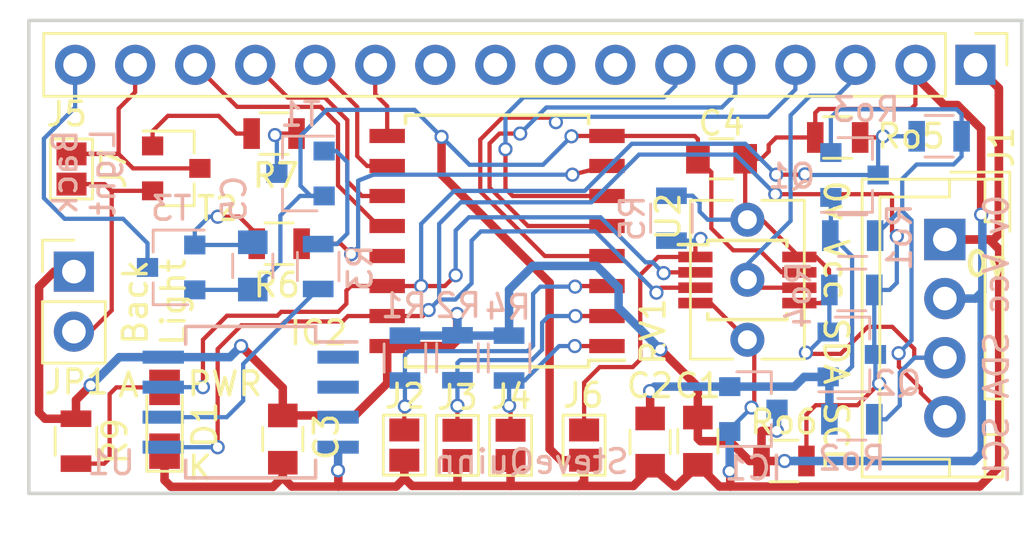
<source format=kicad_pcb>
(kicad_pcb (version 4) (host pcbnew 4.0.7)

  (general
    (links 88)
    (no_connects 0)
    (area 138.427 48.234952 182.0119 71.979805)
    (thickness 1.6)
    (drawings 13)
    (tracks 499)
    (zones 0)
    (modules 38)
    (nets 30)
  )

  (page A4)
  (layers
    (0 F.Cu signal)
    (31 B.Cu signal)
    (32 B.Adhes user)
    (33 F.Adhes user)
    (34 B.Paste user)
    (35 F.Paste user)
    (36 B.SilkS user)
    (37 F.SilkS user)
    (38 B.Mask user)
    (39 F.Mask user)
    (40 Dwgs.User user)
    (41 Cmts.User user)
    (42 Eco1.User user)
    (43 Eco2.User user)
    (44 Edge.Cuts user)
    (45 Margin user)
    (46 B.CrtYd user)
    (47 F.CrtYd user)
    (48 B.Fab user)
    (49 F.Fab user)
  )

  (setup
    (last_trace_width 0.36)
    (user_trace_width 0.18)
    (user_trace_width 0.36)
    (user_trace_width 0.45)
    (trace_clearance 0.2)
    (zone_clearance 0.508)
    (zone_45_only no)
    (trace_min 0.18)
    (segment_width 0.2)
    (edge_width 0.15)
    (via_size 0.6)
    (via_drill 0.4)
    (via_min_size 0.45)
    (via_min_drill 0.2)
    (user_via 0.45 0.3)
    (uvia_size 0.3)
    (uvia_drill 0.1)
    (uvias_allowed no)
    (uvia_min_size 0.2)
    (uvia_min_drill 0.1)
    (pcb_text_width 0.3)
    (pcb_text_size 1.5 1.5)
    (mod_edge_width 0.15)
    (mod_text_size 1 1)
    (mod_text_width 0.15)
    (pad_size 1.524 1.524)
    (pad_drill 0.762)
    (pad_to_mask_clearance 0.2)
    (aux_axis_origin 0 0)
    (visible_elements 7FFEFFFF)
    (pcbplotparams
      (layerselection 0x00030_80000001)
      (usegerberextensions false)
      (excludeedgelayer true)
      (linewidth 0.100000)
      (plotframeref false)
      (viasonmask false)
      (mode 1)
      (useauxorigin false)
      (hpglpennumber 1)
      (hpglpenspeed 20)
      (hpglpendiameter 15)
      (hpglpenoverlay 2)
      (psnegative false)
      (psa4output false)
      (plotreference true)
      (plotvalue true)
      (plotinvisibletext false)
      (padsonsilk false)
      (subtractmaskfromsilk false)
      (outputformat 1)
      (mirror false)
      (drillshape 1)
      (scaleselection 1)
      (outputdirectory ""))
  )

  (net 0 "")
  (net 1 GND)
  (net 2 +5V)
  (net 3 +3V3)
  (net 4 "Net-(C5-Pad1)")
  (net 5 "Net-(D1-Pad2)")
  (net 6 "Net-(IC2-Pad1)")
  (net 7 "Net-(IC2-Pad2)")
  (net 8 "Net-(IC2-Pad3)")
  (net 9 "Net-(IC2-Pad4)")
  (net 10 "Net-(IC2-Pad5)")
  (net 11 "Net-(IC2-Pad6)")
  (net 12 "Net-(IC2-Pad7)")
  (net 13 "Net-(IC2-Pad9)")
  (net 14 "Net-(IC2-Pad10)")
  (net 15 "Net-(IC2-Pad11)")
  (net 16 "Net-(IC2-Pad12)")
  (net 17 SCL_H)
  (net 18 SDA_H)
  (net 19 SDA)
  (net 20 SCL)
  (net 21 "Net-(J5-Pad3)")
  (net 22 "Net-(J5-Pad15)")
  (net 23 "Net-(J5-Pad16)")
  (net 24 "Net-(J6-Pad1)")
  (net 25 "Net-(R3-Pad1)")
  (net 26 "Net-(R3-Pad2)")
  (net 27 "Net-(R7-Pad1)")
  (net 28 "Net-(R7-Pad2)")
  (net 29 "Net-(J7-Pad2)")

  (net_class Default "This is the default net class."
    (clearance 0.2)
    (trace_width 0.25)
    (via_dia 0.6)
    (via_drill 0.4)
    (uvia_dia 0.3)
    (uvia_drill 0.1)
    (add_net +3V3)
    (add_net +5V)
    (add_net GND)
    (add_net "Net-(C5-Pad1)")
    (add_net "Net-(D1-Pad2)")
    (add_net "Net-(IC2-Pad1)")
    (add_net "Net-(IC2-Pad10)")
    (add_net "Net-(IC2-Pad11)")
    (add_net "Net-(IC2-Pad12)")
    (add_net "Net-(IC2-Pad2)")
    (add_net "Net-(IC2-Pad3)")
    (add_net "Net-(IC2-Pad4)")
    (add_net "Net-(IC2-Pad5)")
    (add_net "Net-(IC2-Pad6)")
    (add_net "Net-(IC2-Pad7)")
    (add_net "Net-(IC2-Pad9)")
    (add_net "Net-(J5-Pad15)")
    (add_net "Net-(J5-Pad16)")
    (add_net "Net-(J5-Pad3)")
    (add_net "Net-(J6-Pad1)")
    (add_net "Net-(J7-Pad2)")
    (add_net "Net-(R3-Pad1)")
    (add_net "Net-(R3-Pad2)")
    (add_net "Net-(R7-Pad1)")
    (add_net "Net-(R7-Pad2)")
    (add_net SCL)
    (add_net SCL_H)
    (add_net SDA)
    (add_net SDA_H)
  )

  (module Capacitors_SMD:C_0805 (layer F.Cu) (tedit 5BFAD6C9) (tstamp 5BF34C78)
    (at 168.0845 66.9798 90)
    (descr "Capacitor SMD 0805, reflow soldering, AVX (see smccp.pdf)")
    (tags "capacitor 0805")
    (path /5BF1BD7B)
    (attr smd)
    (fp_text reference C1 (at 2.3495 0 180) (layer F.SilkS)
      (effects (font (size 1 1) (thickness 0.15)))
    )
    (fp_text value "1uF Ceramic" (at 0 1.75 90) (layer F.Fab)
      (effects (font (size 1 1) (thickness 0.15)))
    )
    (fp_text user %R (at 0 -1.5 90) (layer F.Fab)
      (effects (font (size 1 1) (thickness 0.15)))
    )
    (fp_line (start -1 0.62) (end -1 -0.62) (layer F.Fab) (width 0.1))
    (fp_line (start 1 0.62) (end -1 0.62) (layer F.Fab) (width 0.1))
    (fp_line (start 1 -0.62) (end 1 0.62) (layer F.Fab) (width 0.1))
    (fp_line (start -1 -0.62) (end 1 -0.62) (layer F.Fab) (width 0.1))
    (fp_line (start 0.5 -0.85) (end -0.5 -0.85) (layer F.SilkS) (width 0.12))
    (fp_line (start -0.5 0.85) (end 0.5 0.85) (layer F.SilkS) (width 0.12))
    (fp_line (start -1.75 -0.88) (end 1.75 -0.88) (layer F.CrtYd) (width 0.05))
    (fp_line (start -1.75 -0.88) (end -1.75 0.87) (layer F.CrtYd) (width 0.05))
    (fp_line (start 1.75 0.87) (end 1.75 -0.88) (layer F.CrtYd) (width 0.05))
    (fp_line (start 1.75 0.87) (end -1.75 0.87) (layer F.CrtYd) (width 0.05))
    (pad 1 smd rect (at -1 0 90) (size 1 1.25) (layers F.Cu F.Paste F.Mask)
      (net 1 GND))
    (pad 2 smd rect (at 1 0 90) (size 1 1.25) (layers F.Cu F.Paste F.Mask)
      (net 2 +5V))
    (model Capacitors_SMD.3dshapes/C_0805.wrl
      (at (xyz 0 0 0))
      (scale (xyz 1 1 1))
      (rotate (xyz 0 0 0))
    )
  )

  (module Capacitors_SMD:C_0805 (layer F.Cu) (tedit 5BFAD6C1) (tstamp 5BF34C7E)
    (at 166.0652 67.0179 90)
    (descr "Capacitor SMD 0805, reflow soldering, AVX (see smccp.pdf)")
    (tags "capacitor 0805")
    (path /5BF1BD7A)
    (attr smd)
    (fp_text reference C2 (at 2.3876 -0.0127 180) (layer F.SilkS)
      (effects (font (size 1 1) (thickness 0.15)))
    )
    (fp_text value "1uF Ceramic" (at 0 1.75 90) (layer F.Fab)
      (effects (font (size 1 1) (thickness 0.15)))
    )
    (fp_text user %R (at 0 -1.5 90) (layer F.Fab)
      (effects (font (size 1 1) (thickness 0.15)))
    )
    (fp_line (start -1 0.62) (end -1 -0.62) (layer F.Fab) (width 0.1))
    (fp_line (start 1 0.62) (end -1 0.62) (layer F.Fab) (width 0.1))
    (fp_line (start 1 -0.62) (end 1 0.62) (layer F.Fab) (width 0.1))
    (fp_line (start -1 -0.62) (end 1 -0.62) (layer F.Fab) (width 0.1))
    (fp_line (start 0.5 -0.85) (end -0.5 -0.85) (layer F.SilkS) (width 0.12))
    (fp_line (start -0.5 0.85) (end 0.5 0.85) (layer F.SilkS) (width 0.12))
    (fp_line (start -1.75 -0.88) (end 1.75 -0.88) (layer F.CrtYd) (width 0.05))
    (fp_line (start -1.75 -0.88) (end -1.75 0.87) (layer F.CrtYd) (width 0.05))
    (fp_line (start 1.75 0.87) (end 1.75 -0.88) (layer F.CrtYd) (width 0.05))
    (fp_line (start 1.75 0.87) (end -1.75 0.87) (layer F.CrtYd) (width 0.05))
    (pad 1 smd rect (at -1 0 90) (size 1 1.25) (layers F.Cu F.Paste F.Mask)
      (net 1 GND))
    (pad 2 smd rect (at 1 0 90) (size 1 1.25) (layers F.Cu F.Paste F.Mask)
      (net 3 +3V3))
    (model Capacitors_SMD.3dshapes/C_0805.wrl
      (at (xyz 0 0 0))
      (scale (xyz 1 1 1))
      (rotate (xyz 0 0 0))
    )
  )

  (module Capacitors_SMD:C_0805 (layer F.Cu) (tedit 5BFAE087) (tstamp 5BF34C84)
    (at 150.5204 66.8909 90)
    (descr "Capacitor SMD 0805, reflow soldering, AVX (see smccp.pdf)")
    (tags "capacitor 0805")
    (path /5BF41D50)
    (attr smd)
    (fp_text reference C3 (at 0.0889 1.8415 90) (layer F.SilkS)
      (effects (font (size 1 1) (thickness 0.15)))
    )
    (fp_text value 0.1uF (at 0 1.75 90) (layer F.Fab)
      (effects (font (size 1 1) (thickness 0.15)))
    )
    (fp_text user %R (at 0 -1.5 90) (layer F.Fab)
      (effects (font (size 1 1) (thickness 0.15)))
    )
    (fp_line (start -1 0.62) (end -1 -0.62) (layer F.Fab) (width 0.1))
    (fp_line (start 1 0.62) (end -1 0.62) (layer F.Fab) (width 0.1))
    (fp_line (start 1 -0.62) (end 1 0.62) (layer F.Fab) (width 0.1))
    (fp_line (start -1 -0.62) (end 1 -0.62) (layer F.Fab) (width 0.1))
    (fp_line (start 0.5 -0.85) (end -0.5 -0.85) (layer F.SilkS) (width 0.12))
    (fp_line (start -0.5 0.85) (end 0.5 0.85) (layer F.SilkS) (width 0.12))
    (fp_line (start -1.75 -0.88) (end 1.75 -0.88) (layer F.CrtYd) (width 0.05))
    (fp_line (start -1.75 -0.88) (end -1.75 0.87) (layer F.CrtYd) (width 0.05))
    (fp_line (start 1.75 0.87) (end 1.75 -0.88) (layer F.CrtYd) (width 0.05))
    (fp_line (start 1.75 0.87) (end -1.75 0.87) (layer F.CrtYd) (width 0.05))
    (pad 1 smd rect (at -1 0 90) (size 1 1.25) (layers F.Cu F.Paste F.Mask)
      (net 1 GND))
    (pad 2 smd rect (at 1 0 90) (size 1 1.25) (layers F.Cu F.Paste F.Mask)
      (net 2 +5V))
    (model Capacitors_SMD.3dshapes/C_0805.wrl
      (at (xyz 0 0 0))
      (scale (xyz 1 1 1))
      (rotate (xyz 0 0 0))
    )
  )

  (module Capacitors_SMD:C_0805 (layer F.Cu) (tedit 58AA8463) (tstamp 5BF34C8A)
    (at 169.0878 55.0291)
    (descr "Capacitor SMD 0805, reflow soldering, AVX (see smccp.pdf)")
    (tags "capacitor 0805")
    (path /5BF42A0D)
    (attr smd)
    (fp_text reference C4 (at 0 -1.5) (layer F.SilkS)
      (effects (font (size 1 1) (thickness 0.15)))
    )
    (fp_text value 0.1uF (at 0 1.75) (layer F.Fab)
      (effects (font (size 1 1) (thickness 0.15)))
    )
    (fp_text user %R (at 0 -1.5) (layer F.Fab)
      (effects (font (size 1 1) (thickness 0.15)))
    )
    (fp_line (start -1 0.62) (end -1 -0.62) (layer F.Fab) (width 0.1))
    (fp_line (start 1 0.62) (end -1 0.62) (layer F.Fab) (width 0.1))
    (fp_line (start 1 -0.62) (end 1 0.62) (layer F.Fab) (width 0.1))
    (fp_line (start -1 -0.62) (end 1 -0.62) (layer F.Fab) (width 0.1))
    (fp_line (start 0.5 -0.85) (end -0.5 -0.85) (layer F.SilkS) (width 0.12))
    (fp_line (start -0.5 0.85) (end 0.5 0.85) (layer F.SilkS) (width 0.12))
    (fp_line (start -1.75 -0.88) (end 1.75 -0.88) (layer F.CrtYd) (width 0.05))
    (fp_line (start -1.75 -0.88) (end -1.75 0.87) (layer F.CrtYd) (width 0.05))
    (fp_line (start 1.75 0.87) (end 1.75 -0.88) (layer F.CrtYd) (width 0.05))
    (fp_line (start 1.75 0.87) (end -1.75 0.87) (layer F.CrtYd) (width 0.05))
    (pad 1 smd rect (at -1 0) (size 1 1.25) (layers F.Cu F.Paste F.Mask)
      (net 1 GND))
    (pad 2 smd rect (at 1 0) (size 1 1.25) (layers F.Cu F.Paste F.Mask)
      (net 2 +5V))
    (model Capacitors_SMD.3dshapes/C_0805.wrl
      (at (xyz 0 0 0))
      (scale (xyz 1 1 1))
      (rotate (xyz 0 0 0))
    )
  )

  (module Capacitors_SMD:C_0805 (layer B.Cu) (tedit 5BFAD7D3) (tstamp 5BF34C90)
    (at 149.2504 59.563 270)
    (descr "Capacitor SMD 0805, reflow soldering, AVX (see smccp.pdf)")
    (tags "capacitor 0805")
    (path /5BF33D8D)
    (attr smd)
    (fp_text reference C5 (at -2.8448 0.7874 270) (layer B.SilkS)
      (effects (font (size 1 1) (thickness 0.15)) (justify mirror))
    )
    (fp_text value 0.1uF (at 0 -1.75 270) (layer B.Fab)
      (effects (font (size 1 1) (thickness 0.15)) (justify mirror))
    )
    (fp_text user %R (at 0 1.5 270) (layer B.Fab)
      (effects (font (size 1 1) (thickness 0.15)) (justify mirror))
    )
    (fp_line (start -1 -0.62) (end -1 0.62) (layer B.Fab) (width 0.1))
    (fp_line (start 1 -0.62) (end -1 -0.62) (layer B.Fab) (width 0.1))
    (fp_line (start 1 0.62) (end 1 -0.62) (layer B.Fab) (width 0.1))
    (fp_line (start -1 0.62) (end 1 0.62) (layer B.Fab) (width 0.1))
    (fp_line (start 0.5 0.85) (end -0.5 0.85) (layer B.SilkS) (width 0.12))
    (fp_line (start -0.5 -0.85) (end 0.5 -0.85) (layer B.SilkS) (width 0.12))
    (fp_line (start -1.75 0.88) (end 1.75 0.88) (layer B.CrtYd) (width 0.05))
    (fp_line (start -1.75 0.88) (end -1.75 -0.87) (layer B.CrtYd) (width 0.05))
    (fp_line (start 1.75 -0.87) (end 1.75 0.88) (layer B.CrtYd) (width 0.05))
    (fp_line (start 1.75 -0.87) (end -1.75 -0.87) (layer B.CrtYd) (width 0.05))
    (pad 1 smd rect (at -1 0 270) (size 1 1.25) (layers B.Cu B.Paste B.Mask)
      (net 4 "Net-(C5-Pad1)"))
    (pad 2 smd rect (at 1 0 270) (size 1 1.25) (layers B.Cu B.Paste B.Mask)
      (net 1 GND))
    (model Capacitors_SMD.3dshapes/C_0805.wrl
      (at (xyz 0 0 0))
      (scale (xyz 1 1 1))
      (rotate (xyz 0 0 0))
    )
  )

  (module LEDs:LED_0805_HandSoldering (layer F.Cu) (tedit 5BFAD652) (tstamp 5BF34C96)
    (at 145.5166 66.0527 90)
    (descr "Resistor SMD 0805, hand soldering")
    (tags "resistor 0805")
    (path /5BF5FD08)
    (attr smd)
    (fp_text reference D1 (at -0.2286 1.7018 90) (layer F.SilkS)
      (effects (font (size 1 1) (thickness 0.15)))
    )
    (fp_text value "RED LED" (at 0 1.75 90) (layer F.Fab)
      (effects (font (size 1 1) (thickness 0.15)))
    )
    (fp_line (start -0.4 -0.4) (end -0.4 0.4) (layer F.Fab) (width 0.1))
    (fp_line (start -0.4 0) (end 0.2 -0.4) (layer F.Fab) (width 0.1))
    (fp_line (start 0.2 0.4) (end -0.4 0) (layer F.Fab) (width 0.1))
    (fp_line (start 0.2 -0.4) (end 0.2 0.4) (layer F.Fab) (width 0.1))
    (fp_line (start -1 0.62) (end -1 -0.62) (layer F.Fab) (width 0.1))
    (fp_line (start 1 0.62) (end -1 0.62) (layer F.Fab) (width 0.1))
    (fp_line (start 1 -0.62) (end 1 0.62) (layer F.Fab) (width 0.1))
    (fp_line (start -1 -0.62) (end 1 -0.62) (layer F.Fab) (width 0.1))
    (fp_line (start 1 0.75) (end -2.2 0.75) (layer F.SilkS) (width 0.12))
    (fp_line (start -2.2 -0.75) (end 1 -0.75) (layer F.SilkS) (width 0.12))
    (fp_line (start -2.35 -0.9) (end 2.35 -0.9) (layer F.CrtYd) (width 0.05))
    (fp_line (start -2.35 -0.9) (end -2.35 0.9) (layer F.CrtYd) (width 0.05))
    (fp_line (start 2.35 0.9) (end 2.35 -0.9) (layer F.CrtYd) (width 0.05))
    (fp_line (start 2.35 0.9) (end -2.35 0.9) (layer F.CrtYd) (width 0.05))
    (fp_line (start -2.2 -0.75) (end -2.2 0.75) (layer F.SilkS) (width 0.12))
    (pad 1 smd rect (at -1.35 0 90) (size 1.5 1.3) (layers F.Cu F.Paste F.Mask)
      (net 1 GND))
    (pad 2 smd rect (at 1.35 0 90) (size 1.5 1.3) (layers F.Cu F.Paste F.Mask)
      (net 5 "Net-(D1-Pad2)"))
    (model ${KISYS3DMOD}/LEDs.3dshapes/LED_0805.wrl
      (at (xyz 0 0 0))
      (scale (xyz 1 1 1))
      (rotate (xyz 0 0 0))
    )
  )

  (module TO_SOT_Packages_SMD:SOT-23 (layer B.Cu) (tedit 58CE4E7E) (tstamp 5BF34C9D)
    (at 170.434 65.6209)
    (descr "SOT-23, Standard")
    (tags SOT-23)
    (path /5BF1BD8A)
    (attr smd)
    (fp_text reference IC1 (at 0 2.5) (layer B.SilkS)
      (effects (font (size 1 1) (thickness 0.15)) (justify mirror))
    )
    (fp_text value XC6206 (at 0 -2.5) (layer B.Fab)
      (effects (font (size 1 1) (thickness 0.15)) (justify mirror))
    )
    (fp_text user %R (at 0 0 270) (layer B.Fab)
      (effects (font (size 0.5 0.5) (thickness 0.075)) (justify mirror))
    )
    (fp_line (start -0.7 0.95) (end -0.7 -1.5) (layer B.Fab) (width 0.1))
    (fp_line (start -0.15 1.52) (end 0.7 1.52) (layer B.Fab) (width 0.1))
    (fp_line (start -0.7 0.95) (end -0.15 1.52) (layer B.Fab) (width 0.1))
    (fp_line (start 0.7 1.52) (end 0.7 -1.52) (layer B.Fab) (width 0.1))
    (fp_line (start -0.7 -1.52) (end 0.7 -1.52) (layer B.Fab) (width 0.1))
    (fp_line (start 0.76 -1.58) (end 0.76 -0.65) (layer B.SilkS) (width 0.12))
    (fp_line (start 0.76 1.58) (end 0.76 0.65) (layer B.SilkS) (width 0.12))
    (fp_line (start -1.7 1.75) (end 1.7 1.75) (layer B.CrtYd) (width 0.05))
    (fp_line (start 1.7 1.75) (end 1.7 -1.75) (layer B.CrtYd) (width 0.05))
    (fp_line (start 1.7 -1.75) (end -1.7 -1.75) (layer B.CrtYd) (width 0.05))
    (fp_line (start -1.7 -1.75) (end -1.7 1.75) (layer B.CrtYd) (width 0.05))
    (fp_line (start 0.76 1.58) (end -1.4 1.58) (layer B.SilkS) (width 0.12))
    (fp_line (start 0.76 -1.58) (end -0.7 -1.58) (layer B.SilkS) (width 0.12))
    (pad 1 smd rect (at -1 0.95) (size 0.9 0.8) (layers B.Cu B.Paste B.Mask)
      (net 1 GND))
    (pad 2 smd rect (at -1 -0.95) (size 0.9 0.8) (layers B.Cu B.Paste B.Mask)
      (net 3 +3V3))
    (pad 3 smd rect (at 1 0) (size 0.9 0.8) (layers B.Cu B.Paste B.Mask)
      (net 2 +5V))
    (model ${KISYS3DMOD}/TO_SOT_Packages_SMD.3dshapes/SOT-23.wrl
      (at (xyz 0 0 0))
      (scale (xyz 1 1 1))
      (rotate (xyz 0 0 0))
    )
  )

  (module Housings_SOIC:SOIC-16W_7.5x10.3mm_Pitch1.27mm (layer F.Cu) (tedit 5BFADFD3) (tstamp 5BF34CB1)
    (at 159.5882 58.5089 180)
    (descr "16-Lead Plastic Small Outline (SO) - Wide, 7.50 mm Body [SOIC] (see Microchip Packaging Specification 00000049BS.pdf)")
    (tags "SOIC 1.27")
    (path /5BF1BD3B)
    (attr smd)
    (fp_text reference IC2 (at 7.5565 -3.8862 180) (layer F.SilkS)
      (effects (font (size 1 1) (thickness 0.15)))
    )
    (fp_text value PCF8574A (at 0 6.25 180) (layer F.Fab)
      (effects (font (size 1 1) (thickness 0.15)))
    )
    (fp_text user %R (at 0 0 180) (layer F.Fab)
      (effects (font (size 1 1) (thickness 0.15)))
    )
    (fp_line (start -2.75 -5.15) (end 3.75 -5.15) (layer F.Fab) (width 0.15))
    (fp_line (start 3.75 -5.15) (end 3.75 5.15) (layer F.Fab) (width 0.15))
    (fp_line (start 3.75 5.15) (end -3.75 5.15) (layer F.Fab) (width 0.15))
    (fp_line (start -3.75 5.15) (end -3.75 -4.15) (layer F.Fab) (width 0.15))
    (fp_line (start -3.75 -4.15) (end -2.75 -5.15) (layer F.Fab) (width 0.15))
    (fp_line (start -5.65 -5.5) (end -5.65 5.5) (layer F.CrtYd) (width 0.05))
    (fp_line (start 5.65 -5.5) (end 5.65 5.5) (layer F.CrtYd) (width 0.05))
    (fp_line (start -5.65 -5.5) (end 5.65 -5.5) (layer F.CrtYd) (width 0.05))
    (fp_line (start -5.65 5.5) (end 5.65 5.5) (layer F.CrtYd) (width 0.05))
    (fp_line (start -3.875 -5.325) (end -3.875 -5.05) (layer F.SilkS) (width 0.15))
    (fp_line (start 3.875 -5.325) (end 3.875 -4.97) (layer F.SilkS) (width 0.15))
    (fp_line (start 3.875 5.325) (end 3.875 4.97) (layer F.SilkS) (width 0.15))
    (fp_line (start -3.875 5.325) (end -3.875 4.97) (layer F.SilkS) (width 0.15))
    (fp_line (start -3.875 -5.325) (end 3.875 -5.325) (layer F.SilkS) (width 0.15))
    (fp_line (start -3.875 5.325) (end 3.875 5.325) (layer F.SilkS) (width 0.15))
    (fp_line (start -3.875 -5.05) (end -5.4 -5.05) (layer F.SilkS) (width 0.15))
    (pad 1 smd rect (at -4.65 -4.445 180) (size 1.5 0.6) (layers F.Cu F.Paste F.Mask)
      (net 6 "Net-(IC2-Pad1)"))
    (pad 2 smd rect (at -4.65 -3.175 180) (size 1.5 0.6) (layers F.Cu F.Paste F.Mask)
      (net 7 "Net-(IC2-Pad2)"))
    (pad 3 smd rect (at -4.65 -1.905 180) (size 1.5 0.6) (layers F.Cu F.Paste F.Mask)
      (net 8 "Net-(IC2-Pad3)"))
    (pad 4 smd rect (at -4.65 -0.635 180) (size 1.5 0.6) (layers F.Cu F.Paste F.Mask)
      (net 9 "Net-(IC2-Pad4)"))
    (pad 5 smd rect (at -4.65 0.635 180) (size 1.5 0.6) (layers F.Cu F.Paste F.Mask)
      (net 10 "Net-(IC2-Pad5)"))
    (pad 6 smd rect (at -4.65 1.905 180) (size 1.5 0.6) (layers F.Cu F.Paste F.Mask)
      (net 11 "Net-(IC2-Pad6)"))
    (pad 7 smd rect (at -4.65 3.175 180) (size 1.5 0.6) (layers F.Cu F.Paste F.Mask)
      (net 12 "Net-(IC2-Pad7)"))
    (pad 8 smd rect (at -4.65 4.445 180) (size 1.5 0.6) (layers F.Cu F.Paste F.Mask)
      (net 1 GND))
    (pad 9 smd rect (at 4.65 4.445 180) (size 1.5 0.6) (layers F.Cu F.Paste F.Mask)
      (net 13 "Net-(IC2-Pad9)"))
    (pad 10 smd rect (at 4.65 3.175 180) (size 1.5 0.6) (layers F.Cu F.Paste F.Mask)
      (net 14 "Net-(IC2-Pad10)"))
    (pad 11 smd rect (at 4.65 1.905 180) (size 1.5 0.6) (layers F.Cu F.Paste F.Mask)
      (net 15 "Net-(IC2-Pad11)"))
    (pad 12 smd rect (at 4.65 0.635 180) (size 1.5 0.6) (layers F.Cu F.Paste F.Mask)
      (net 16 "Net-(IC2-Pad12)"))
    (pad 13 smd rect (at 4.65 -0.635 180) (size 1.5 0.6) (layers F.Cu F.Paste F.Mask))
    (pad 14 smd rect (at 4.65 -1.905 180) (size 1.5 0.6) (layers F.Cu F.Paste F.Mask)
      (net 17 SCL_H))
    (pad 15 smd rect (at 4.65 -3.175 180) (size 1.5 0.6) (layers F.Cu F.Paste F.Mask)
      (net 18 SDA_H))
    (pad 16 smd rect (at 4.65 -4.445 180) (size 1.5 0.6) (layers F.Cu F.Paste F.Mask)
      (net 2 +5V))
    (model ${KISYS3DMOD}/Housings_SOIC.3dshapes/SOIC-16W_7.5x10.3mm_Pitch1.27mm.wrl
      (at (xyz 0 0 0))
      (scale (xyz 1 1 1))
      (rotate (xyz 0 0 0))
    )
  )

  (module Connectors:GS2 (layer F.Cu) (tedit 5BFAD60F) (tstamp 5BF34CBF)
    (at 155.6639 67.1449)
    (descr "2-pin solder bridge")
    (tags "solder bridge")
    (path /5BF1A0BF)
    (attr smd)
    (fp_text reference J2 (at 0.0254 -2.0701 180) (layer F.SilkS)
      (effects (font (size 1 1) (thickness 0.15)))
    )
    (fp_text value GS2 (at -1.8 0 90) (layer F.Fab)
      (effects (font (size 1 1) (thickness 0.15)))
    )
    (fp_line (start 1.1 -1.45) (end 1.1 1.5) (layer F.CrtYd) (width 0.05))
    (fp_line (start 1.1 1.5) (end -1.1 1.5) (layer F.CrtYd) (width 0.05))
    (fp_line (start -1.1 1.5) (end -1.1 -1.45) (layer F.CrtYd) (width 0.05))
    (fp_line (start -1.1 -1.45) (end 1.1 -1.45) (layer F.CrtYd) (width 0.05))
    (fp_line (start -0.89 -1.27) (end -0.89 1.27) (layer F.SilkS) (width 0.12))
    (fp_line (start 0.89 1.27) (end 0.89 -1.27) (layer F.SilkS) (width 0.12))
    (fp_line (start 0.89 1.27) (end -0.89 1.27) (layer F.SilkS) (width 0.12))
    (fp_line (start -0.89 -1.27) (end 0.89 -1.27) (layer F.SilkS) (width 0.12))
    (pad 1 smd rect (at 0 -0.64) (size 1.27 0.97) (layers F.Cu F.Paste F.Mask)
      (net 8 "Net-(IC2-Pad3)"))
    (pad 2 smd rect (at 0 0.64) (size 1.27 0.97) (layers F.Cu F.Paste F.Mask)
      (net 1 GND))
  )

  (module Connectors:GS2 (layer F.Cu) (tedit 5BFAD61B) (tstamp 5BF34CC5)
    (at 157.9118 67.1576)
    (descr "2-pin solder bridge")
    (tags "solder bridge")
    (path /5BF30694)
    (attr smd)
    (fp_text reference J3 (at 0 -2.032 180) (layer F.SilkS)
      (effects (font (size 1 1) (thickness 0.15)))
    )
    (fp_text value GS2 (at -1.8 0 90) (layer F.Fab)
      (effects (font (size 1 1) (thickness 0.15)))
    )
    (fp_line (start 1.1 -1.45) (end 1.1 1.5) (layer F.CrtYd) (width 0.05))
    (fp_line (start 1.1 1.5) (end -1.1 1.5) (layer F.CrtYd) (width 0.05))
    (fp_line (start -1.1 1.5) (end -1.1 -1.45) (layer F.CrtYd) (width 0.05))
    (fp_line (start -1.1 -1.45) (end 1.1 -1.45) (layer F.CrtYd) (width 0.05))
    (fp_line (start -0.89 -1.27) (end -0.89 1.27) (layer F.SilkS) (width 0.12))
    (fp_line (start 0.89 1.27) (end 0.89 -1.27) (layer F.SilkS) (width 0.12))
    (fp_line (start 0.89 1.27) (end -0.89 1.27) (layer F.SilkS) (width 0.12))
    (fp_line (start -0.89 -1.27) (end 0.89 -1.27) (layer F.SilkS) (width 0.12))
    (pad 1 smd rect (at 0 -0.64) (size 1.27 0.97) (layers F.Cu F.Paste F.Mask)
      (net 7 "Net-(IC2-Pad2)"))
    (pad 2 smd rect (at 0 0.64) (size 1.27 0.97) (layers F.Cu F.Paste F.Mask)
      (net 1 GND))
  )

  (module Connectors:GS2 (layer F.Cu) (tedit 5BFAD627) (tstamp 5BF34CCB)
    (at 160.1597 67.1576)
    (descr "2-pin solder bridge")
    (tags "solder bridge")
    (path /5BF306FA)
    (attr smd)
    (fp_text reference J4 (at 0.0254 -2.0574 180) (layer F.SilkS)
      (effects (font (size 1 1) (thickness 0.15)))
    )
    (fp_text value GS2 (at -1.8 0 90) (layer F.Fab)
      (effects (font (size 1 1) (thickness 0.15)))
    )
    (fp_line (start 1.1 -1.45) (end 1.1 1.5) (layer F.CrtYd) (width 0.05))
    (fp_line (start 1.1 1.5) (end -1.1 1.5) (layer F.CrtYd) (width 0.05))
    (fp_line (start -1.1 1.5) (end -1.1 -1.45) (layer F.CrtYd) (width 0.05))
    (fp_line (start -1.1 -1.45) (end 1.1 -1.45) (layer F.CrtYd) (width 0.05))
    (fp_line (start -0.89 -1.27) (end -0.89 1.27) (layer F.SilkS) (width 0.12))
    (fp_line (start 0.89 1.27) (end 0.89 -1.27) (layer F.SilkS) (width 0.12))
    (fp_line (start 0.89 1.27) (end -0.89 1.27) (layer F.SilkS) (width 0.12))
    (fp_line (start -0.89 -1.27) (end 0.89 -1.27) (layer F.SilkS) (width 0.12))
    (pad 1 smd rect (at 0 -0.64) (size 1.27 0.97) (layers F.Cu F.Paste F.Mask)
      (net 6 "Net-(IC2-Pad1)"))
    (pad 2 smd rect (at 0 0.64) (size 1.27 0.97) (layers F.Cu F.Paste F.Mask)
      (net 1 GND))
  )

  (module Pin_Headers:Pin_Header_Straight_1x16_Pitch2.54mm (layer F.Cu) (tedit 5BFAE933) (tstamp 5BF34CDF)
    (at 179.832 51.054 270)
    (descr "Through hole straight pin header, 1x16, 2.54mm pitch, single row")
    (tags "Through hole pin header THT 1x16 2.54mm single row")
    (path /5BF19EFB)
    (fp_text reference J5 (at 2.0828 38.4556 360) (layer F.SilkS)
      (effects (font (size 1 1) (thickness 0.15)))
    )
    (fp_text value "To LCD" (at 0 40.43 270) (layer F.Fab)
      (effects (font (size 1 1) (thickness 0.15)))
    )
    (fp_line (start -0.635 -1.27) (end 1.27 -1.27) (layer F.Fab) (width 0.1))
    (fp_line (start 1.27 -1.27) (end 1.27 39.37) (layer F.Fab) (width 0.1))
    (fp_line (start 1.27 39.37) (end -1.27 39.37) (layer F.Fab) (width 0.1))
    (fp_line (start -1.27 39.37) (end -1.27 -0.635) (layer F.Fab) (width 0.1))
    (fp_line (start -1.27 -0.635) (end -0.635 -1.27) (layer F.Fab) (width 0.1))
    (fp_line (start -1.33 39.43) (end 1.33 39.43) (layer F.SilkS) (width 0.12))
    (fp_line (start -1.33 1.27) (end -1.33 39.43) (layer F.SilkS) (width 0.12))
    (fp_line (start 1.33 1.27) (end 1.33 39.43) (layer F.SilkS) (width 0.12))
    (fp_line (start -1.33 1.27) (end 1.33 1.27) (layer F.SilkS) (width 0.12))
    (fp_line (start -1.33 0) (end -1.33 -1.33) (layer F.SilkS) (width 0.12))
    (fp_line (start -1.33 -1.33) (end 0 -1.33) (layer F.SilkS) (width 0.12))
    (fp_line (start -1.8 -1.8) (end -1.8 39.9) (layer F.CrtYd) (width 0.05))
    (fp_line (start -1.8 39.9) (end 1.8 39.9) (layer F.CrtYd) (width 0.05))
    (fp_line (start 1.8 39.9) (end 1.8 -1.8) (layer F.CrtYd) (width 0.05))
    (fp_line (start 1.8 -1.8) (end -1.8 -1.8) (layer F.CrtYd) (width 0.05))
    (fp_text user %R (at 0 19.05 360) (layer F.Fab)
      (effects (font (size 1 1) (thickness 0.15)))
    )
    (pad 1 thru_hole rect (at 0 0 270) (size 1.7 1.7) (drill 1) (layers *.Cu *.Mask)
      (net 1 GND))
    (pad 2 thru_hole oval (at 0 2.54 270) (size 1.7 1.7) (drill 1) (layers *.Cu *.Mask)
      (net 2 +5V))
    (pad 3 thru_hole oval (at 0 5.08 270) (size 1.7 1.7) (drill 1) (layers *.Cu *.Mask)
      (net 21 "Net-(J5-Pad3)"))
    (pad 4 thru_hole oval (at 0 7.62 270) (size 1.7 1.7) (drill 1) (layers *.Cu *.Mask)
      (net 9 "Net-(IC2-Pad4)"))
    (pad 5 thru_hole oval (at 0 10.16 270) (size 1.7 1.7) (drill 1) (layers *.Cu *.Mask)
      (net 10 "Net-(IC2-Pad5)"))
    (pad 6 thru_hole oval (at 0 12.7 270) (size 1.7 1.7) (drill 1) (layers *.Cu *.Mask)
      (net 11 "Net-(IC2-Pad6)"))
    (pad 7 thru_hole oval (at 0 15.24 270) (size 1.7 1.7) (drill 1) (layers *.Cu *.Mask))
    (pad 8 thru_hole oval (at 0 17.78 270) (size 1.7 1.7) (drill 1) (layers *.Cu *.Mask))
    (pad 9 thru_hole oval (at 0 20.32 270) (size 1.7 1.7) (drill 1) (layers *.Cu *.Mask))
    (pad 10 thru_hole oval (at 0 22.86 270) (size 1.7 1.7) (drill 1) (layers *.Cu *.Mask))
    (pad 11 thru_hole oval (at 0 25.4 270) (size 1.7 1.7) (drill 1) (layers *.Cu *.Mask)
      (net 13 "Net-(IC2-Pad9)"))
    (pad 12 thru_hole oval (at 0 27.94 270) (size 1.7 1.7) (drill 1) (layers *.Cu *.Mask)
      (net 14 "Net-(IC2-Pad10)"))
    (pad 13 thru_hole oval (at 0 30.48 270) (size 1.7 1.7) (drill 1) (layers *.Cu *.Mask)
      (net 15 "Net-(IC2-Pad11)"))
    (pad 14 thru_hole oval (at 0 33.02 270) (size 1.7 1.7) (drill 1) (layers *.Cu *.Mask)
      (net 16 "Net-(IC2-Pad12)"))
    (pad 15 thru_hole oval (at 0 35.56 270) (size 1.7 1.7) (drill 1) (layers *.Cu *.Mask)
      (net 22 "Net-(J5-Pad15)"))
    (pad 16 thru_hole oval (at 0 38.1 270) (size 1.7 1.7) (drill 1) (layers *.Cu *.Mask)
      (net 23 "Net-(J5-Pad16)"))
    (model ${KISYS3DMOD}/Pin_Headers.3dshapes/Pin_Header_Straight_1x16_Pitch2.54mm.wrl
      (at (xyz 0 0 0))
      (scale (xyz 1 1 1))
      (rotate (xyz 0 0 0))
    )
  )

  (module Connectors:GS2 (layer F.Cu) (tedit 5BFAD634) (tstamp 5BF34CE5)
    (at 163.2712 67.1449)
    (descr "2-pin solder bridge")
    (tags "solder bridge")
    (path /5BF348D5)
    (attr smd)
    (fp_text reference J6 (at -0.0381 -2.1082 180) (layer F.SilkS)
      (effects (font (size 1 1) (thickness 0.15)))
    )
    (fp_text value GS2 (at -1.8 0 90) (layer F.Fab)
      (effects (font (size 1 1) (thickness 0.15)))
    )
    (fp_line (start 1.1 -1.45) (end 1.1 1.5) (layer F.CrtYd) (width 0.05))
    (fp_line (start 1.1 1.5) (end -1.1 1.5) (layer F.CrtYd) (width 0.05))
    (fp_line (start -1.1 1.5) (end -1.1 -1.45) (layer F.CrtYd) (width 0.05))
    (fp_line (start -1.1 -1.45) (end 1.1 -1.45) (layer F.CrtYd) (width 0.05))
    (fp_line (start -0.89 -1.27) (end -0.89 1.27) (layer F.SilkS) (width 0.12))
    (fp_line (start 0.89 1.27) (end 0.89 -1.27) (layer F.SilkS) (width 0.12))
    (fp_line (start 0.89 1.27) (end -0.89 1.27) (layer F.SilkS) (width 0.12))
    (fp_line (start -0.89 -1.27) (end 0.89 -1.27) (layer F.SilkS) (width 0.12))
    (pad 1 smd rect (at 0 -0.64) (size 1.27 0.97) (layers F.Cu F.Paste F.Mask)
      (net 24 "Net-(J6-Pad1)"))
    (pad 2 smd rect (at 0 0.64) (size 1.27 0.97) (layers F.Cu F.Paste F.Mask)
      (net 1 GND))
  )

  (module Pin_Headers:Pin_Header_Straight_1x02_Pitch2.54mm (layer F.Cu) (tedit 5BFAEB95) (tstamp 5BF34CEB)
    (at 141.6812 59.8043)
    (descr "Through hole straight pin header, 1x02, 2.54mm pitch, single row")
    (tags "Through hole pin header THT 1x02 2.54mm single row")
    (path /5BF2D094)
    (fp_text reference JP1 (at 0.1143 4.6736 180) (layer F.SilkS)
      (effects (font (size 1 1) (thickness 0.15)))
    )
    (fp_text value Jumper (at 0 4.87) (layer F.Fab)
      (effects (font (size 1 1) (thickness 0.15)))
    )
    (fp_line (start -0.635 -1.27) (end 1.27 -1.27) (layer F.Fab) (width 0.1))
    (fp_line (start 1.27 -1.27) (end 1.27 3.81) (layer F.Fab) (width 0.1))
    (fp_line (start 1.27 3.81) (end -1.27 3.81) (layer F.Fab) (width 0.1))
    (fp_line (start -1.27 3.81) (end -1.27 -0.635) (layer F.Fab) (width 0.1))
    (fp_line (start -1.27 -0.635) (end -0.635 -1.27) (layer F.Fab) (width 0.1))
    (fp_line (start -1.33 3.87) (end 1.33 3.87) (layer F.SilkS) (width 0.12))
    (fp_line (start -1.33 1.27) (end -1.33 3.87) (layer F.SilkS) (width 0.12))
    (fp_line (start 1.33 1.27) (end 1.33 3.87) (layer F.SilkS) (width 0.12))
    (fp_line (start -1.33 1.27) (end 1.33 1.27) (layer F.SilkS) (width 0.12))
    (fp_line (start -1.33 0) (end -1.33 -1.33) (layer F.SilkS) (width 0.12))
    (fp_line (start -1.33 -1.33) (end 0 -1.33) (layer F.SilkS) (width 0.12))
    (fp_line (start -1.8 -1.8) (end -1.8 4.35) (layer F.CrtYd) (width 0.05))
    (fp_line (start -1.8 4.35) (end 1.8 4.35) (layer F.CrtYd) (width 0.05))
    (fp_line (start 1.8 4.35) (end 1.8 -1.8) (layer F.CrtYd) (width 0.05))
    (fp_line (start 1.8 -1.8) (end -1.8 -1.8) (layer F.CrtYd) (width 0.05))
    (fp_text user %R (at 0 1.27 90) (layer F.Fab)
      (effects (font (size 1 1) (thickness 0.15)))
    )
    (pad 1 thru_hole rect (at 0 0) (size 1.7 1.7) (drill 1) (layers *.Cu *.Mask)
      (net 2 +5V))
    (pad 2 thru_hole oval (at 0 2.54) (size 1.7 1.7) (drill 1) (layers *.Cu *.Mask)
      (net 29 "Net-(J7-Pad2)"))
    (model ${KISYS3DMOD}/Pin_Headers.3dshapes/Pin_Header_Straight_1x02_Pitch2.54mm.wrl
      (at (xyz 0 0 0))
      (scale (xyz 1 1 1))
      (rotate (xyz 0 0 0))
    )
  )

  (module TO_SOT_Packages_SMD:SOT-23 (layer B.Cu) (tedit 5BFADF63) (tstamp 5BF34CF2)
    (at 174.7139 55.7149)
    (descr "SOT-23, Standard")
    (tags SOT-23)
    (path /5BF1BD70)
    (attr smd)
    (fp_text reference Q1 (at -2.667 0.0508) (layer B.SilkS)
      (effects (font (size 1 1) (thickness 0.15)) (justify mirror))
    )
    (fp_text value DMG3414U (at 0 -2.5) (layer B.Fab)
      (effects (font (size 1 1) (thickness 0.15)) (justify mirror))
    )
    (fp_text user %R (at 0 0 270) (layer B.Fab)
      (effects (font (size 0.5 0.5) (thickness 0.075)) (justify mirror))
    )
    (fp_line (start -0.7 0.95) (end -0.7 -1.5) (layer B.Fab) (width 0.1))
    (fp_line (start -0.15 1.52) (end 0.7 1.52) (layer B.Fab) (width 0.1))
    (fp_line (start -0.7 0.95) (end -0.15 1.52) (layer B.Fab) (width 0.1))
    (fp_line (start 0.7 1.52) (end 0.7 -1.52) (layer B.Fab) (width 0.1))
    (fp_line (start -0.7 -1.52) (end 0.7 -1.52) (layer B.Fab) (width 0.1))
    (fp_line (start 0.76 -1.58) (end 0.76 -0.65) (layer B.SilkS) (width 0.12))
    (fp_line (start 0.76 1.58) (end 0.76 0.65) (layer B.SilkS) (width 0.12))
    (fp_line (start -1.7 1.75) (end 1.7 1.75) (layer B.CrtYd) (width 0.05))
    (fp_line (start 1.7 1.75) (end 1.7 -1.75) (layer B.CrtYd) (width 0.05))
    (fp_line (start 1.7 -1.75) (end -1.7 -1.75) (layer B.CrtYd) (width 0.05))
    (fp_line (start -1.7 -1.75) (end -1.7 1.75) (layer B.CrtYd) (width 0.05))
    (fp_line (start 0.76 1.58) (end -1.4 1.58) (layer B.SilkS) (width 0.12))
    (fp_line (start 0.76 -1.58) (end -0.7 -1.58) (layer B.SilkS) (width 0.12))
    (pad 1 smd rect (at -1 0.95) (size 0.9 0.8) (layers B.Cu B.Paste B.Mask)
      (net 3 +3V3))
    (pad 2 smd rect (at -1 -0.95) (size 0.9 0.8) (layers B.Cu B.Paste B.Mask)
      (net 20 SCL))
    (pad 3 smd rect (at 1 0) (size 0.9 0.8) (layers B.Cu B.Paste B.Mask)
      (net 17 SCL_H))
    (model ${KISYS3DMOD}/TO_SOT_Packages_SMD.3dshapes/SOT-23.wrl
      (at (xyz 0 0 0))
      (scale (xyz 1 1 1))
      (rotate (xyz 0 0 0))
    )
  )

  (module TO_SOT_Packages_SMD:SOT-23 (layer B.Cu) (tedit 5BFADF9A) (tstamp 5BF34CF9)
    (at 174.5996 63.3095)
    (descr "SOT-23, Standard")
    (tags SOT-23)
    (path /5BF1BD71)
    (attr smd)
    (fp_text reference Q2 (at 1.9431 1.2192) (layer B.SilkS)
      (effects (font (size 1 1) (thickness 0.15)) (justify mirror))
    )
    (fp_text value DMG3414U (at 0 -2.5) (layer B.Fab)
      (effects (font (size 1 1) (thickness 0.15)) (justify mirror))
    )
    (fp_text user %R (at 0 0 270) (layer B.Fab)
      (effects (font (size 0.5 0.5) (thickness 0.075)) (justify mirror))
    )
    (fp_line (start -0.7 0.95) (end -0.7 -1.5) (layer B.Fab) (width 0.1))
    (fp_line (start -0.15 1.52) (end 0.7 1.52) (layer B.Fab) (width 0.1))
    (fp_line (start -0.7 0.95) (end -0.15 1.52) (layer B.Fab) (width 0.1))
    (fp_line (start 0.7 1.52) (end 0.7 -1.52) (layer B.Fab) (width 0.1))
    (fp_line (start -0.7 -1.52) (end 0.7 -1.52) (layer B.Fab) (width 0.1))
    (fp_line (start 0.76 -1.58) (end 0.76 -0.65) (layer B.SilkS) (width 0.12))
    (fp_line (start 0.76 1.58) (end 0.76 0.65) (layer B.SilkS) (width 0.12))
    (fp_line (start -1.7 1.75) (end 1.7 1.75) (layer B.CrtYd) (width 0.05))
    (fp_line (start 1.7 1.75) (end 1.7 -1.75) (layer B.CrtYd) (width 0.05))
    (fp_line (start 1.7 -1.75) (end -1.7 -1.75) (layer B.CrtYd) (width 0.05))
    (fp_line (start -1.7 -1.75) (end -1.7 1.75) (layer B.CrtYd) (width 0.05))
    (fp_line (start 0.76 1.58) (end -1.4 1.58) (layer B.SilkS) (width 0.12))
    (fp_line (start 0.76 -1.58) (end -0.7 -1.58) (layer B.SilkS) (width 0.12))
    (pad 1 smd rect (at -1 0.95) (size 0.9 0.8) (layers B.Cu B.Paste B.Mask)
      (net 3 +3V3))
    (pad 2 smd rect (at -1 -0.95) (size 0.9 0.8) (layers B.Cu B.Paste B.Mask)
      (net 19 SDA))
    (pad 3 smd rect (at 1 0) (size 0.9 0.8) (layers B.Cu B.Paste B.Mask)
      (net 18 SDA_H))
    (model ${KISYS3DMOD}/TO_SOT_Packages_SMD.3dshapes/SOT-23.wrl
      (at (xyz 0 0 0))
      (scale (xyz 1 1 1))
      (rotate (xyz 0 0 0))
    )
  )

  (module Resistors_SMD:R_0805 (layer B.Cu) (tedit 5BFAD737) (tstamp 5BF34CFF)
    (at 155.6893 63.4619 270)
    (descr "Resistor SMD 0805, reflow soldering, Vishay (see dcrcw.pdf)")
    (tags "resistor 0805")
    (path /5BF1BD3C)
    (attr smd)
    (fp_text reference R1 (at -2.2098 0.0381 360) (layer B.SilkS)
      (effects (font (size 1 1) (thickness 0.15)) (justify mirror))
    )
    (fp_text value 10K (at 0 -1.75 270) (layer B.Fab)
      (effects (font (size 1 1) (thickness 0.15)) (justify mirror))
    )
    (fp_text user %R (at 0 0 270) (layer B.Fab)
      (effects (font (size 0.5 0.5) (thickness 0.075)) (justify mirror))
    )
    (fp_line (start -1 -0.62) (end -1 0.62) (layer B.Fab) (width 0.1))
    (fp_line (start 1 -0.62) (end -1 -0.62) (layer B.Fab) (width 0.1))
    (fp_line (start 1 0.62) (end 1 -0.62) (layer B.Fab) (width 0.1))
    (fp_line (start -1 0.62) (end 1 0.62) (layer B.Fab) (width 0.1))
    (fp_line (start 0.6 -0.88) (end -0.6 -0.88) (layer B.SilkS) (width 0.12))
    (fp_line (start -0.6 0.88) (end 0.6 0.88) (layer B.SilkS) (width 0.12))
    (fp_line (start -1.55 0.9) (end 1.55 0.9) (layer B.CrtYd) (width 0.05))
    (fp_line (start -1.55 0.9) (end -1.55 -0.9) (layer B.CrtYd) (width 0.05))
    (fp_line (start 1.55 -0.9) (end 1.55 0.9) (layer B.CrtYd) (width 0.05))
    (fp_line (start 1.55 -0.9) (end -1.55 -0.9) (layer B.CrtYd) (width 0.05))
    (pad 1 smd rect (at -0.95 0 270) (size 0.7 1.3) (layers B.Cu B.Paste B.Mask)
      (net 2 +5V))
    (pad 2 smd rect (at 0.95 0 270) (size 0.7 1.3) (layers B.Cu B.Paste B.Mask)
      (net 8 "Net-(IC2-Pad3)"))
    (model ${KISYS3DMOD}/Resistors_SMD.3dshapes/R_0805.wrl
      (at (xyz 0 0 0))
      (scale (xyz 1 1 1))
      (rotate (xyz 0 0 0))
    )
  )

  (module Resistors_SMD:R_0805 (layer B.Cu) (tedit 5BFAD73F) (tstamp 5BF34D05)
    (at 157.9118 63.4492 270)
    (descr "Resistor SMD 0805, reflow soldering, Vishay (see dcrcw.pdf)")
    (tags "resistor 0805")
    (path /5BF1BD3D)
    (attr smd)
    (fp_text reference R2 (at -2.2098 -0.0254 360) (layer B.SilkS)
      (effects (font (size 1 1) (thickness 0.15)) (justify mirror))
    )
    (fp_text value 10K (at 0 -1.75 270) (layer B.Fab)
      (effects (font (size 1 1) (thickness 0.15)) (justify mirror))
    )
    (fp_text user %R (at 0 0 270) (layer B.Fab)
      (effects (font (size 0.5 0.5) (thickness 0.075)) (justify mirror))
    )
    (fp_line (start -1 -0.62) (end -1 0.62) (layer B.Fab) (width 0.1))
    (fp_line (start 1 -0.62) (end -1 -0.62) (layer B.Fab) (width 0.1))
    (fp_line (start 1 0.62) (end 1 -0.62) (layer B.Fab) (width 0.1))
    (fp_line (start -1 0.62) (end 1 0.62) (layer B.Fab) (width 0.1))
    (fp_line (start 0.6 -0.88) (end -0.6 -0.88) (layer B.SilkS) (width 0.12))
    (fp_line (start -0.6 0.88) (end 0.6 0.88) (layer B.SilkS) (width 0.12))
    (fp_line (start -1.55 0.9) (end 1.55 0.9) (layer B.CrtYd) (width 0.05))
    (fp_line (start -1.55 0.9) (end -1.55 -0.9) (layer B.CrtYd) (width 0.05))
    (fp_line (start 1.55 -0.9) (end 1.55 0.9) (layer B.CrtYd) (width 0.05))
    (fp_line (start 1.55 -0.9) (end -1.55 -0.9) (layer B.CrtYd) (width 0.05))
    (pad 1 smd rect (at -0.95 0 270) (size 0.7 1.3) (layers B.Cu B.Paste B.Mask)
      (net 2 +5V))
    (pad 2 smd rect (at 0.95 0 270) (size 0.7 1.3) (layers B.Cu B.Paste B.Mask)
      (net 7 "Net-(IC2-Pad2)"))
    (model ${KISYS3DMOD}/Resistors_SMD.3dshapes/R_0805.wrl
      (at (xyz 0 0 0))
      (scale (xyz 1 1 1))
      (rotate (xyz 0 0 0))
    )
  )

  (module Resistors_SMD:R_0805 (layer B.Cu) (tedit 5BFAD7BF) (tstamp 5BF34D0B)
    (at 152.019 59.5884 270)
    (descr "Resistor SMD 0805, reflow soldering, Vishay (see dcrcw.pdf)")
    (tags "resistor 0805")
    (path /5BF1BD4D)
    (attr smd)
    (fp_text reference R3 (at 0.0508 -1.778 270) (layer B.SilkS)
      (effects (font (size 1 1) (thickness 0.15)) (justify mirror))
    )
    (fp_text value 1K (at 0 -1.75 270) (layer B.Fab)
      (effects (font (size 1 1) (thickness 0.15)) (justify mirror))
    )
    (fp_text user %R (at 0 0 270) (layer B.Fab)
      (effects (font (size 0.5 0.5) (thickness 0.075)) (justify mirror))
    )
    (fp_line (start -1 -0.62) (end -1 0.62) (layer B.Fab) (width 0.1))
    (fp_line (start 1 -0.62) (end -1 -0.62) (layer B.Fab) (width 0.1))
    (fp_line (start 1 0.62) (end 1 -0.62) (layer B.Fab) (width 0.1))
    (fp_line (start -1 0.62) (end 1 0.62) (layer B.Fab) (width 0.1))
    (fp_line (start 0.6 -0.88) (end -0.6 -0.88) (layer B.SilkS) (width 0.12))
    (fp_line (start -0.6 0.88) (end 0.6 0.88) (layer B.SilkS) (width 0.12))
    (fp_line (start -1.55 0.9) (end 1.55 0.9) (layer B.CrtYd) (width 0.05))
    (fp_line (start -1.55 0.9) (end -1.55 -0.9) (layer B.CrtYd) (width 0.05))
    (fp_line (start 1.55 -0.9) (end 1.55 0.9) (layer B.CrtYd) (width 0.05))
    (fp_line (start 1.55 -0.9) (end -1.55 -0.9) (layer B.CrtYd) (width 0.05))
    (pad 1 smd rect (at -0.95 0 270) (size 0.7 1.3) (layers B.Cu B.Paste B.Mask)
      (net 25 "Net-(R3-Pad1)"))
    (pad 2 smd rect (at 0.95 0 270) (size 0.7 1.3) (layers B.Cu B.Paste B.Mask)
      (net 26 "Net-(R3-Pad2)"))
    (model ${KISYS3DMOD}/Resistors_SMD.3dshapes/R_0805.wrl
      (at (xyz 0 0 0))
      (scale (xyz 1 1 1))
      (rotate (xyz 0 0 0))
    )
  )

  (module Resistors_SMD:R_0805 (layer B.Cu) (tedit 5BFAD744) (tstamp 5BF34D11)
    (at 160.0962 63.4619 270)
    (descr "Resistor SMD 0805, reflow soldering, Vishay (see dcrcw.pdf)")
    (tags "resistor 0805")
    (path /5BF1BD3E)
    (attr smd)
    (fp_text reference R4 (at -2.1463 0.0508 360) (layer B.SilkS)
      (effects (font (size 1 1) (thickness 0.15)) (justify mirror))
    )
    (fp_text value 10K (at 0 -1.75 270) (layer B.Fab)
      (effects (font (size 1 1) (thickness 0.15)) (justify mirror))
    )
    (fp_text user %R (at 0 0 270) (layer B.Fab)
      (effects (font (size 0.5 0.5) (thickness 0.075)) (justify mirror))
    )
    (fp_line (start -1 -0.62) (end -1 0.62) (layer B.Fab) (width 0.1))
    (fp_line (start 1 -0.62) (end -1 -0.62) (layer B.Fab) (width 0.1))
    (fp_line (start 1 0.62) (end 1 -0.62) (layer B.Fab) (width 0.1))
    (fp_line (start -1 0.62) (end 1 0.62) (layer B.Fab) (width 0.1))
    (fp_line (start 0.6 -0.88) (end -0.6 -0.88) (layer B.SilkS) (width 0.12))
    (fp_line (start -0.6 0.88) (end 0.6 0.88) (layer B.SilkS) (width 0.12))
    (fp_line (start -1.55 0.9) (end 1.55 0.9) (layer B.CrtYd) (width 0.05))
    (fp_line (start -1.55 0.9) (end -1.55 -0.9) (layer B.CrtYd) (width 0.05))
    (fp_line (start 1.55 -0.9) (end 1.55 0.9) (layer B.CrtYd) (width 0.05))
    (fp_line (start 1.55 -0.9) (end -1.55 -0.9) (layer B.CrtYd) (width 0.05))
    (pad 1 smd rect (at -0.95 0 270) (size 0.7 1.3) (layers B.Cu B.Paste B.Mask)
      (net 2 +5V))
    (pad 2 smd rect (at 0.95 0 270) (size 0.7 1.3) (layers B.Cu B.Paste B.Mask)
      (net 6 "Net-(IC2-Pad1)"))
    (model ${KISYS3DMOD}/Resistors_SMD.3dshapes/R_0805.wrl
      (at (xyz 0 0 0))
      (scale (xyz 1 1 1))
      (rotate (xyz 0 0 0))
    )
  )

  (module Resistors_SMD:R_0805 (layer B.Cu) (tedit 58E0A804) (tstamp 5BF34D17)
    (at 166.9669 57.5437 270)
    (descr "Resistor SMD 0805, reflow soldering, Vishay (see dcrcw.pdf)")
    (tags "resistor 0805")
    (path /5BF3A01F)
    (attr smd)
    (fp_text reference R5 (at 0 1.65 270) (layer B.SilkS)
      (effects (font (size 1 1) (thickness 0.15)) (justify mirror))
    )
    (fp_text value 10K (at 0 -1.75 270) (layer B.Fab)
      (effects (font (size 1 1) (thickness 0.15)) (justify mirror))
    )
    (fp_text user %R (at 0 0 270) (layer B.Fab)
      (effects (font (size 0.5 0.5) (thickness 0.075)) (justify mirror))
    )
    (fp_line (start -1 -0.62) (end -1 0.62) (layer B.Fab) (width 0.1))
    (fp_line (start 1 -0.62) (end -1 -0.62) (layer B.Fab) (width 0.1))
    (fp_line (start 1 0.62) (end 1 -0.62) (layer B.Fab) (width 0.1))
    (fp_line (start -1 0.62) (end 1 0.62) (layer B.Fab) (width 0.1))
    (fp_line (start 0.6 -0.88) (end -0.6 -0.88) (layer B.SilkS) (width 0.12))
    (fp_line (start -0.6 0.88) (end 0.6 0.88) (layer B.SilkS) (width 0.12))
    (fp_line (start -1.55 0.9) (end 1.55 0.9) (layer B.CrtYd) (width 0.05))
    (fp_line (start -1.55 0.9) (end -1.55 -0.9) (layer B.CrtYd) (width 0.05))
    (fp_line (start 1.55 -0.9) (end 1.55 0.9) (layer B.CrtYd) (width 0.05))
    (fp_line (start 1.55 -0.9) (end -1.55 -0.9) (layer B.CrtYd) (width 0.05))
    (pad 1 smd rect (at -0.95 0 270) (size 0.7 1.3) (layers B.Cu B.Paste B.Mask)
      (net 2 +5V))
    (pad 2 smd rect (at 0.95 0 270) (size 0.7 1.3) (layers B.Cu B.Paste B.Mask)
      (net 24 "Net-(J6-Pad1)"))
    (model ${KISYS3DMOD}/Resistors_SMD.3dshapes/R_0805.wrl
      (at (xyz 0 0 0))
      (scale (xyz 1 1 1))
      (rotate (xyz 0 0 0))
    )
  )

  (module Resistors_SMD:R_0805 (layer F.Cu) (tedit 5BFAD6A2) (tstamp 5BF34D1D)
    (at 150.368 58.6232)
    (descr "Resistor SMD 0805, reflow soldering, Vishay (see dcrcw.pdf)")
    (tags "resistor 0805")
    (path /5BF33491)
    (attr smd)
    (fp_text reference R6 (at -0.1016 1.7526) (layer F.SilkS)
      (effects (font (size 1 1) (thickness 0.15)))
    )
    (fp_text value 1K (at 0 1.75) (layer F.Fab)
      (effects (font (size 1 1) (thickness 0.15)))
    )
    (fp_text user %R (at 0 0) (layer F.Fab)
      (effects (font (size 0.5 0.5) (thickness 0.075)))
    )
    (fp_line (start -1 0.62) (end -1 -0.62) (layer F.Fab) (width 0.1))
    (fp_line (start 1 0.62) (end -1 0.62) (layer F.Fab) (width 0.1))
    (fp_line (start 1 -0.62) (end 1 0.62) (layer F.Fab) (width 0.1))
    (fp_line (start -1 -0.62) (end 1 -0.62) (layer F.Fab) (width 0.1))
    (fp_line (start 0.6 0.88) (end -0.6 0.88) (layer F.SilkS) (width 0.12))
    (fp_line (start -0.6 -0.88) (end 0.6 -0.88) (layer F.SilkS) (width 0.12))
    (fp_line (start -1.55 -0.9) (end 1.55 -0.9) (layer F.CrtYd) (width 0.05))
    (fp_line (start -1.55 -0.9) (end -1.55 0.9) (layer F.CrtYd) (width 0.05))
    (fp_line (start 1.55 0.9) (end 1.55 -0.9) (layer F.CrtYd) (width 0.05))
    (fp_line (start 1.55 0.9) (end -1.55 0.9) (layer F.CrtYd) (width 0.05))
    (pad 1 smd rect (at -0.95 0) (size 0.7 1.3) (layers F.Cu F.Paste F.Mask)
      (net 4 "Net-(C5-Pad1)"))
    (pad 2 smd rect (at 0.95 0) (size 0.7 1.3) (layers F.Cu F.Paste F.Mask)
      (net 12 "Net-(IC2-Pad7)"))
    (model ${KISYS3DMOD}/Resistors_SMD.3dshapes/R_0805.wrl
      (at (xyz 0 0 0))
      (scale (xyz 1 1 1))
      (rotate (xyz 0 0 0))
    )
  )

  (module Resistors_SMD:R_0805 (layer F.Cu) (tedit 5BFAD6A9) (tstamp 5BF34D23)
    (at 150.1521 53.9623)
    (descr "Resistor SMD 0805, reflow soldering, Vishay (see dcrcw.pdf)")
    (tags "resistor 0805")
    (path /5BF1BD4C)
    (attr smd)
    (fp_text reference R7 (at 0.0762 1.778) (layer F.SilkS)
      (effects (font (size 1 1) (thickness 0.15)))
    )
    (fp_text value 1K (at 0 1.75) (layer F.Fab)
      (effects (font (size 1 1) (thickness 0.15)))
    )
    (fp_text user %R (at 0 0) (layer F.Fab)
      (effects (font (size 0.5 0.5) (thickness 0.075)))
    )
    (fp_line (start -1 0.62) (end -1 -0.62) (layer F.Fab) (width 0.1))
    (fp_line (start 1 0.62) (end -1 0.62) (layer F.Fab) (width 0.1))
    (fp_line (start 1 -0.62) (end 1 0.62) (layer F.Fab) (width 0.1))
    (fp_line (start -1 -0.62) (end 1 -0.62) (layer F.Fab) (width 0.1))
    (fp_line (start 0.6 0.88) (end -0.6 0.88) (layer F.SilkS) (width 0.12))
    (fp_line (start -0.6 -0.88) (end 0.6 -0.88) (layer F.SilkS) (width 0.12))
    (fp_line (start -1.55 -0.9) (end 1.55 -0.9) (layer F.CrtYd) (width 0.05))
    (fp_line (start -1.55 -0.9) (end -1.55 0.9) (layer F.CrtYd) (width 0.05))
    (fp_line (start 1.55 0.9) (end 1.55 -0.9) (layer F.CrtYd) (width 0.05))
    (fp_line (start 1.55 0.9) (end -1.55 0.9) (layer F.CrtYd) (width 0.05))
    (pad 1 smd rect (at -0.95 0) (size 0.7 1.3) (layers F.Cu F.Paste F.Mask)
      (net 27 "Net-(R7-Pad1)"))
    (pad 2 smd rect (at 0.95 0) (size 0.7 1.3) (layers F.Cu F.Paste F.Mask)
      (net 28 "Net-(R7-Pad2)"))
    (model ${KISYS3DMOD}/Resistors_SMD.3dshapes/R_0805.wrl
      (at (xyz 0 0 0))
      (scale (xyz 1 1 1))
      (rotate (xyz 0 0 0))
    )
  )

  (module Resistors_SMD:R_0805 (layer F.Cu) (tedit 5BF9EE6B) (tstamp 5BF34D29)
    (at 141.7701 66.9798 270)
    (descr "Resistor SMD 0805, reflow soldering, Vishay (see dcrcw.pdf)")
    (tags "resistor 0805")
    (path /5BF5F9EB)
    (attr smd)
    (fp_text reference R9 (at 0 -1.65 270) (layer F.SilkS)
      (effects (font (size 1 1) (thickness 0.15)))
    )
    (fp_text value 1K (at 0 1.75 270) (layer F.Fab)
      (effects (font (size 1 1) (thickness 0.15)))
    )
    (fp_text user %R (at 0.179798 -0.009999 270) (layer F.Fab)
      (effects (font (size 0.5 0.5) (thickness 0.075)))
    )
    (fp_line (start -1 0.62) (end -1 -0.62) (layer F.Fab) (width 0.1))
    (fp_line (start 1 0.62) (end -1 0.62) (layer F.Fab) (width 0.1))
    (fp_line (start 1 -0.62) (end 1 0.62) (layer F.Fab) (width 0.1))
    (fp_line (start -1 -0.62) (end 1 -0.62) (layer F.Fab) (width 0.1))
    (fp_line (start 0.6 0.88) (end -0.6 0.88) (layer F.SilkS) (width 0.12))
    (fp_line (start -0.6 -0.88) (end 0.6 -0.88) (layer F.SilkS) (width 0.12))
    (fp_line (start -1.55 -0.9) (end 1.55 -0.9) (layer F.CrtYd) (width 0.05))
    (fp_line (start -1.55 -0.9) (end -1.55 0.9) (layer F.CrtYd) (width 0.05))
    (fp_line (start 1.55 0.9) (end 1.55 -0.9) (layer F.CrtYd) (width 0.05))
    (fp_line (start 1.55 0.9) (end -1.55 0.9) (layer F.CrtYd) (width 0.05))
    (pad 1 smd rect (at -0.95 0 270) (size 0.7 1.3) (layers F.Cu F.Paste F.Mask)
      (net 2 +5V))
    (pad 2 smd rect (at 0.95 0 270) (size 0.7 1.3) (layers F.Cu F.Paste F.Mask)
      (net 5 "Net-(D1-Pad2)"))
    (model ${KISYS3DMOD}/Resistors_SMD.3dshapes/R_0805.wrl
      (at (xyz 0 0 0))
      (scale (xyz 1 1 1))
      (rotate (xyz 0 0 0))
    )
  )

  (module Resistors_SMD:R_0805 (layer B.Cu) (tedit 5BFAE2B9) (tstamp 5BF34D2F)
    (at 174.6377 58.2803)
    (descr "Resistor SMD 0805, reflow soldering, Vishay (see dcrcw.pdf)")
    (tags "resistor 0805")
    (path /5BF1BD76)
    (attr smd)
    (fp_text reference Ro1 (at 1.9812 0.0635 90) (layer B.SilkS)
      (effects (font (size 1 1) (thickness 0.15)) (justify mirror))
    )
    (fp_text value 4K7 (at 0 -1.75) (layer B.Fab)
      (effects (font (size 1 1) (thickness 0.15)) (justify mirror))
    )
    (fp_text user %R (at 0 0) (layer B.Fab)
      (effects (font (size 0.5 0.5) (thickness 0.075)) (justify mirror))
    )
    (fp_line (start -1 -0.62) (end -1 0.62) (layer B.Fab) (width 0.1))
    (fp_line (start 1 -0.62) (end -1 -0.62) (layer B.Fab) (width 0.1))
    (fp_line (start 1 0.62) (end 1 -0.62) (layer B.Fab) (width 0.1))
    (fp_line (start -1 0.62) (end 1 0.62) (layer B.Fab) (width 0.1))
    (fp_line (start 0.6 -0.88) (end -0.6 -0.88) (layer B.SilkS) (width 0.12))
    (fp_line (start -0.6 0.88) (end 0.6 0.88) (layer B.SilkS) (width 0.12))
    (fp_line (start -1.55 0.9) (end 1.55 0.9) (layer B.CrtYd) (width 0.05))
    (fp_line (start -1.55 0.9) (end -1.55 -0.9) (layer B.CrtYd) (width 0.05))
    (fp_line (start 1.55 -0.9) (end 1.55 0.9) (layer B.CrtYd) (width 0.05))
    (fp_line (start 1.55 -0.9) (end -1.55 -0.9) (layer B.CrtYd) (width 0.05))
    (pad 1 smd rect (at -0.95 0) (size 0.7 1.3) (layers B.Cu B.Paste B.Mask)
      (net 3 +3V3))
    (pad 2 smd rect (at 0.95 0) (size 0.7 1.3) (layers B.Cu B.Paste B.Mask)
      (net 20 SCL))
    (model ${KISYS3DMOD}/Resistors_SMD.3dshapes/R_0805.wrl
      (at (xyz 0 0 0))
      (scale (xyz 1 1 1))
      (rotate (xyz 0 0 0))
    )
  )

  (module Resistors_SMD:R_0805 (layer B.Cu) (tedit 5BFAE350) (tstamp 5BF34D35)
    (at 174.5996 66.0527)
    (descr "Resistor SMD 0805, reflow soldering, Vishay (see dcrcw.pdf)")
    (tags "resistor 0805")
    (path /5BF1BD77)
    (attr smd)
    (fp_text reference Ro2 (at 0 1.65) (layer B.SilkS)
      (effects (font (size 1 1) (thickness 0.15)) (justify mirror))
    )
    (fp_text value 4K7 (at 0 -1.75) (layer B.Fab)
      (effects (font (size 1 1) (thickness 0.15)) (justify mirror))
    )
    (fp_text user %R (at 0 0) (layer B.Fab)
      (effects (font (size 0.5 0.5) (thickness 0.075)) (justify mirror))
    )
    (fp_line (start -1 -0.62) (end -1 0.62) (layer B.Fab) (width 0.1))
    (fp_line (start 1 -0.62) (end -1 -0.62) (layer B.Fab) (width 0.1))
    (fp_line (start 1 0.62) (end 1 -0.62) (layer B.Fab) (width 0.1))
    (fp_line (start -1 0.62) (end 1 0.62) (layer B.Fab) (width 0.1))
    (fp_line (start 0.6 -0.88) (end -0.6 -0.88) (layer B.SilkS) (width 0.12))
    (fp_line (start -0.6 0.88) (end 0.6 0.88) (layer B.SilkS) (width 0.12))
    (fp_line (start -1.55 0.9) (end 1.55 0.9) (layer B.CrtYd) (width 0.05))
    (fp_line (start -1.55 0.9) (end -1.55 -0.9) (layer B.CrtYd) (width 0.05))
    (fp_line (start 1.55 -0.9) (end 1.55 0.9) (layer B.CrtYd) (width 0.05))
    (fp_line (start 1.55 -0.9) (end -1.55 -0.9) (layer B.CrtYd) (width 0.05))
    (pad 1 smd rect (at -0.95 0) (size 0.7 1.3) (layers B.Cu B.Paste B.Mask)
      (net 3 +3V3))
    (pad 2 smd rect (at 0.95 0) (size 0.7 1.3) (layers B.Cu B.Paste B.Mask)
      (net 19 SDA))
    (model ${KISYS3DMOD}/Resistors_SMD.3dshapes/R_0805.wrl
      (at (xyz 0 0 0))
      (scale (xyz 1 1 1))
      (rotate (xyz 0 0 0))
    )
  )

  (module Resistors_SMD:R_0805 (layer B.Cu) (tedit 5BFAE302) (tstamp 5BF34D3B)
    (at 178.2953 54.0766 180)
    (descr "Resistor SMD 0805, reflow soldering, Vishay (see dcrcw.pdf)")
    (tags "resistor 0805")
    (path /5BF2E91A)
    (attr smd)
    (fp_text reference Ro3 (at 3.0988 1.1303 180) (layer B.SilkS)
      (effects (font (size 1 1) (thickness 0.15)) (justify mirror))
    )
    (fp_text value 0R (at 0 -1.75 180) (layer B.Fab)
      (effects (font (size 1 1) (thickness 0.15)) (justify mirror))
    )
    (fp_text user %R (at 0 0 180) (layer B.Fab)
      (effects (font (size 0.5 0.5) (thickness 0.075)) (justify mirror))
    )
    (fp_line (start -1 -0.62) (end -1 0.62) (layer B.Fab) (width 0.1))
    (fp_line (start 1 -0.62) (end -1 -0.62) (layer B.Fab) (width 0.1))
    (fp_line (start 1 0.62) (end 1 -0.62) (layer B.Fab) (width 0.1))
    (fp_line (start -1 0.62) (end 1 0.62) (layer B.Fab) (width 0.1))
    (fp_line (start 0.6 -0.88) (end -0.6 -0.88) (layer B.SilkS) (width 0.12))
    (fp_line (start -0.6 0.88) (end 0.6 0.88) (layer B.SilkS) (width 0.12))
    (fp_line (start -1.55 0.9) (end 1.55 0.9) (layer B.CrtYd) (width 0.05))
    (fp_line (start -1.55 0.9) (end -1.55 -0.9) (layer B.CrtYd) (width 0.05))
    (fp_line (start 1.55 -0.9) (end 1.55 0.9) (layer B.CrtYd) (width 0.05))
    (fp_line (start 1.55 -0.9) (end -1.55 -0.9) (layer B.CrtYd) (width 0.05))
    (pad 1 smd rect (at -0.95 0 180) (size 0.7 1.3) (layers B.Cu B.Paste B.Mask)
      (net 20 SCL))
    (pad 2 smd rect (at 0.95 0 180) (size 0.7 1.3) (layers B.Cu B.Paste B.Mask)
      (net 17 SCL_H))
    (model ${KISYS3DMOD}/Resistors_SMD.3dshapes/R_0805.wrl
      (at (xyz 0 0 0))
      (scale (xyz 1 1 1))
      (rotate (xyz 0 0 0))
    )
  )

  (module Resistors_SMD:R_0805 (layer B.Cu) (tedit 5BFAE338) (tstamp 5BF34D41)
    (at 174.5996 60.579)
    (descr "Resistor SMD 0805, reflow soldering, Vishay (see dcrcw.pdf)")
    (tags "resistor 0805")
    (path /5BF2E822)
    (attr smd)
    (fp_text reference Ro4 (at -2.2479 0.2032 90) (layer B.SilkS)
      (effects (font (size 1 1) (thickness 0.15)) (justify mirror))
    )
    (fp_text value 0R (at 0 -1.75) (layer B.Fab)
      (effects (font (size 1 1) (thickness 0.15)) (justify mirror))
    )
    (fp_text user %R (at 0 0) (layer B.Fab)
      (effects (font (size 0.5 0.5) (thickness 0.075)) (justify mirror))
    )
    (fp_line (start -1 -0.62) (end -1 0.62) (layer B.Fab) (width 0.1))
    (fp_line (start 1 -0.62) (end -1 -0.62) (layer B.Fab) (width 0.1))
    (fp_line (start 1 0.62) (end 1 -0.62) (layer B.Fab) (width 0.1))
    (fp_line (start -1 0.62) (end 1 0.62) (layer B.Fab) (width 0.1))
    (fp_line (start 0.6 -0.88) (end -0.6 -0.88) (layer B.SilkS) (width 0.12))
    (fp_line (start -0.6 0.88) (end 0.6 0.88) (layer B.SilkS) (width 0.12))
    (fp_line (start -1.55 0.9) (end 1.55 0.9) (layer B.CrtYd) (width 0.05))
    (fp_line (start -1.55 0.9) (end -1.55 -0.9) (layer B.CrtYd) (width 0.05))
    (fp_line (start 1.55 -0.9) (end 1.55 0.9) (layer B.CrtYd) (width 0.05))
    (fp_line (start 1.55 -0.9) (end -1.55 -0.9) (layer B.CrtYd) (width 0.05))
    (pad 1 smd rect (at -0.95 0) (size 0.7 1.3) (layers B.Cu B.Paste B.Mask)
      (net 19 SDA))
    (pad 2 smd rect (at 0.95 0) (size 0.7 1.3) (layers B.Cu B.Paste B.Mask)
      (net 18 SDA_H))
    (model ${KISYS3DMOD}/Resistors_SMD.3dshapes/R_0805.wrl
      (at (xyz 0 0 0))
      (scale (xyz 1 1 1))
      (rotate (xyz 0 0 0))
    )
  )

  (module Resistors_SMD:R_0805 (layer F.Cu) (tedit 5BFAE240) (tstamp 5BF34D47)
    (at 174.0027 54.1274)
    (descr "Resistor SMD 0805, reflow soldering, Vishay (see dcrcw.pdf)")
    (tags "resistor 0805")
    (path /5BF1BD74)
    (attr smd)
    (fp_text reference Ro5 (at 3.0988 -0.0508) (layer F.SilkS)
      (effects (font (size 1 1) (thickness 0.15)))
    )
    (fp_text value 4K7 (at 0 1.75) (layer F.Fab)
      (effects (font (size 1 1) (thickness 0.15)))
    )
    (fp_text user %R (at 0 0) (layer F.Fab)
      (effects (font (size 0.5 0.5) (thickness 0.075)))
    )
    (fp_line (start -1 0.62) (end -1 -0.62) (layer F.Fab) (width 0.1))
    (fp_line (start 1 0.62) (end -1 0.62) (layer F.Fab) (width 0.1))
    (fp_line (start 1 -0.62) (end 1 0.62) (layer F.Fab) (width 0.1))
    (fp_line (start -1 -0.62) (end 1 -0.62) (layer F.Fab) (width 0.1))
    (fp_line (start 0.6 0.88) (end -0.6 0.88) (layer F.SilkS) (width 0.12))
    (fp_line (start -0.6 -0.88) (end 0.6 -0.88) (layer F.SilkS) (width 0.12))
    (fp_line (start -1.55 -0.9) (end 1.55 -0.9) (layer F.CrtYd) (width 0.05))
    (fp_line (start -1.55 -0.9) (end -1.55 0.9) (layer F.CrtYd) (width 0.05))
    (fp_line (start 1.55 0.9) (end 1.55 -0.9) (layer F.CrtYd) (width 0.05))
    (fp_line (start 1.55 0.9) (end -1.55 0.9) (layer F.CrtYd) (width 0.05))
    (pad 1 smd rect (at -0.95 0) (size 0.7 1.3) (layers F.Cu F.Paste F.Mask)
      (net 2 +5V))
    (pad 2 smd rect (at 0.95 0) (size 0.7 1.3) (layers F.Cu F.Paste F.Mask)
      (net 17 SCL_H))
    (model ${KISYS3DMOD}/Resistors_SMD.3dshapes/R_0805.wrl
      (at (xyz 0 0 0))
      (scale (xyz 1 1 1))
      (rotate (xyz 0 0 0))
    )
  )

  (module Resistors_SMD:R_0805 (layer F.Cu) (tedit 5BFAE1FE) (tstamp 5BF34D4D)
    (at 171.7294 67.818)
    (descr "Resistor SMD 0805, reflow soldering, Vishay (see dcrcw.pdf)")
    (tags "resistor 0805")
    (path /5BF1BD75)
    (attr smd)
    (fp_text reference Ro6 (at 0 -1.65) (layer F.SilkS)
      (effects (font (size 1 1) (thickness 0.15)))
    )
    (fp_text value 4K7 (at 0 1.75) (layer F.Fab)
      (effects (font (size 1 1) (thickness 0.15)))
    )
    (fp_text user %R (at 0 0) (layer F.Fab)
      (effects (font (size 0.5 0.5) (thickness 0.075)))
    )
    (fp_line (start -1 0.62) (end -1 -0.62) (layer F.Fab) (width 0.1))
    (fp_line (start 1 0.62) (end -1 0.62) (layer F.Fab) (width 0.1))
    (fp_line (start 1 -0.62) (end 1 0.62) (layer F.Fab) (width 0.1))
    (fp_line (start -1 -0.62) (end 1 -0.62) (layer F.Fab) (width 0.1))
    (fp_line (start 0.6 0.88) (end -0.6 0.88) (layer F.SilkS) (width 0.12))
    (fp_line (start -0.6 -0.88) (end 0.6 -0.88) (layer F.SilkS) (width 0.12))
    (fp_line (start -1.55 -0.9) (end 1.55 -0.9) (layer F.CrtYd) (width 0.05))
    (fp_line (start -1.55 -0.9) (end -1.55 0.9) (layer F.CrtYd) (width 0.05))
    (fp_line (start 1.55 0.9) (end 1.55 -0.9) (layer F.CrtYd) (width 0.05))
    (fp_line (start 1.55 0.9) (end -1.55 0.9) (layer F.CrtYd) (width 0.05))
    (pad 1 smd rect (at -0.95 0) (size 0.7 1.3) (layers F.Cu F.Paste F.Mask)
      (net 2 +5V))
    (pad 2 smd rect (at 0.95 0) (size 0.7 1.3) (layers F.Cu F.Paste F.Mask)
      (net 18 SDA_H))
    (model ${KISYS3DMOD}/Resistors_SMD.3dshapes/R_0805.wrl
      (at (xyz 0 0 0))
      (scale (xyz 1 1 1))
      (rotate (xyz 0 0 0))
    )
  )

  (module Potentiometers:Potentiometer_Trimmer_Vishay_T73XW_Vertical (layer F.Cu) (tedit 5BFAE8E5) (tstamp 5BF34D54)
    (at 170.18 57.6072)
    (descr "Potentiometer, vertically mounted, Omeg PC16PU, Omeg PC16PU, Omeg PC16PU, Vishay/Spectrol 248GJ/249GJ Single, Vishay/Spectrol 248GJ/249GJ Single, Vishay/Spectrol 248GJ/249GJ Single, Vishay/Spectrol 248GH/249GH Single, Vishay/Spectrol 148/149 Single, Vishay/Spectrol 148/149 Single, Vishay/Spectrol 148/149 Single, Vishay/Spectrol 148A/149A Single with mounting plates, Vishay/Spectrol 148/149 Double, Vishay/Spectrol 148A/149A Double with mounting plates, Piher PC-16 Single, Piher PC-16 Single, Piher PC-16 Single, Piher PC-16SV Single, Piher PC-16 Double, Piher PC-16 Triple, Piher T16H Single, Piher T16L Single, Piher T16H Double, Alps RK163 Single, Alps RK163 Double, Alps RK097 Single, Alps RK097 Double, Bourns PTV09A-2 Single with mounting sleve Single, Bourns PTV09A-1 with mounting sleve Single, Bourns PRS11S Single, Alps RK09K Single with mounting sleve Single, Alps RK09K with mounting sleve Single, Alps RK09L Single, Alps RK09L Single, Alps RK09L Double, Alps RK09L Double, Alps RK09Y Single, Bourns 3339S Single, Bourns 3339S Single, Bourns 3339P Single, Bourns 3339H Single, Vishay T7YA Single, Suntan TSR-3386H Single, Suntan TSR-3386H Single, Suntan TSR-3386P Single, Vishay T73XX Single, Vishay T73XX Single, http://www.vishay.com/docs/51016/t73.pdf")
    (tags "Potentiometer vertical  Omeg PC16PU  Omeg PC16PU  Omeg PC16PU  Vishay/Spectrol 248GJ/249GJ Single  Vishay/Spectrol 248GJ/249GJ Single  Vishay/Spectrol 248GJ/249GJ Single  Vishay/Spectrol 248GH/249GH Single  Vishay/Spectrol 148/149 Single  Vishay/Spectrol 148/149 Single  Vishay/Spectrol 148/149 Single  Vishay/Spectrol 148A/149A Single with mounting plates  Vishay/Spectrol 148/149 Double  Vishay/Spectrol 148A/149A Double with mounting plates  Piher PC-16 Single  Piher PC-16 Single  Piher PC-16 Single  Piher PC-16SV Single  Piher PC-16 Double  Piher PC-16 Triple  Piher T16H Single  Piher T16L Single  Piher T16H Double  Alps RK163 Single  Alps RK163 Double  Alps RK097 Single  Alps RK097 Double  Bourns PTV09A-2 Single with mounting sleve Single  Bourns PTV09A-1 with mounting sleve Single  Bourns PRS11S Single  Alps RK09K Single with mounting sleve Single  Alps RK09K with mounting sleve Single  Alps RK09L Single  Alps RK09L Single  Alps RK09L Double  Alps RK09L Double  Alps RK09Y Single  Bourns 3339S Single  Bourns 3339S Single  Bourns 3339P Single  Bourns 3339H Single  Vishay T7YA Single  Suntan TSR-3386H Single  Suntan TSR-3386H Single  Suntan TSR-3386P Single  Vishay T73XX Single  Vishay T73XX Single")
    (path /5BF30821)
    (fp_text reference RV1 (at -3.9878 4.7244 90) (layer F.SilkS)
      (effects (font (size 1 1) (thickness 0.15)))
    )
    (fp_text value 10K (at 0 7.09) (layer F.Fab)
      (effects (font (size 1 1) (thickness 0.15)))
    )
    (fp_line (start 2.35 -0.76) (end 2.35 5.84) (layer F.Fab) (width 0.1))
    (fp_line (start 2.35 5.84) (end -2.35 5.84) (layer F.Fab) (width 0.1))
    (fp_line (start -2.35 5.84) (end -2.35 -0.76) (layer F.Fab) (width 0.1))
    (fp_line (start -2.35 -0.76) (end 2.35 -0.76) (layer F.Fab) (width 0.1))
    (fp_line (start -2.41 -0.82) (end -0.611 -0.82) (layer F.SilkS) (width 0.12))
    (fp_line (start 0.611 -0.82) (end 2.41 -0.82) (layer F.SilkS) (width 0.12))
    (fp_line (start -2.41 5.9) (end -0.611 5.9) (layer F.SilkS) (width 0.12))
    (fp_line (start 0.611 5.9) (end 2.41 5.9) (layer F.SilkS) (width 0.12))
    (fp_line (start 2.41 -0.82) (end 2.41 5.9) (layer F.SilkS) (width 0.12))
    (fp_line (start -2.41 -0.82) (end -2.41 5.9) (layer F.SilkS) (width 0.12))
    (fp_line (start -2.6 -1.05) (end -2.6 6.1) (layer F.CrtYd) (width 0.05))
    (fp_line (start -2.6 6.1) (end 2.6 6.1) (layer F.CrtYd) (width 0.05))
    (fp_line (start 2.6 6.1) (end 2.6 -1.05) (layer F.CrtYd) (width 0.05))
    (fp_line (start 2.6 -1.05) (end -2.6 -1.05) (layer F.CrtYd) (width 0.05))
    (pad 3 thru_hole circle (at 0 5.08) (size 1.44 1.44) (drill 0.8) (layers *.Cu *.Mask)
      (net 1 GND))
    (pad 2 thru_hole circle (at 0 2.54) (size 1.44 1.44) (drill 0.8) (layers *.Cu *.Mask)
      (net 21 "Net-(J5-Pad3)"))
    (pad 1 thru_hole circle (at 0 0) (size 1.44 1.44) (drill 0.8) (layers *.Cu *.Mask)
      (net 2 +5V))
    (model Potentiometers.3dshapes/Potentiometer_Trimmer_Vishay_T73XW_Vertical.wrl
      (at (xyz 0 0 0))
      (scale (xyz 0.393701 0.393701 0.393701))
      (rotate (xyz 0 0 0))
    )
  )

  (module TO_SOT_Packages_SMD:SOT-23 (layer B.Cu) (tedit 58CE4E7E) (tstamp 5BF34D5B)
    (at 151.2697 55.6514 180)
    (descr "SOT-23, Standard")
    (tags SOT-23)
    (path /5BF1BD92)
    (attr smd)
    (fp_text reference T1 (at 0 2.5 180) (layer B.SilkS)
      (effects (font (size 1 1) (thickness 0.15)) (justify mirror))
    )
    (fp_text value BCW66GLT1G (at 0 -2.5 180) (layer B.Fab)
      (effects (font (size 1 1) (thickness 0.15)) (justify mirror))
    )
    (fp_text user %R (at 0 0 450) (layer B.Fab)
      (effects (font (size 0.5 0.5) (thickness 0.075)) (justify mirror))
    )
    (fp_line (start -0.7 0.95) (end -0.7 -1.5) (layer B.Fab) (width 0.1))
    (fp_line (start -0.15 1.52) (end 0.7 1.52) (layer B.Fab) (width 0.1))
    (fp_line (start -0.7 0.95) (end -0.15 1.52) (layer B.Fab) (width 0.1))
    (fp_line (start 0.7 1.52) (end 0.7 -1.52) (layer B.Fab) (width 0.1))
    (fp_line (start -0.7 -1.52) (end 0.7 -1.52) (layer B.Fab) (width 0.1))
    (fp_line (start 0.76 -1.58) (end 0.76 -0.65) (layer B.SilkS) (width 0.12))
    (fp_line (start 0.76 1.58) (end 0.76 0.65) (layer B.SilkS) (width 0.12))
    (fp_line (start -1.7 1.75) (end 1.7 1.75) (layer B.CrtYd) (width 0.05))
    (fp_line (start 1.7 1.75) (end 1.7 -1.75) (layer B.CrtYd) (width 0.05))
    (fp_line (start 1.7 -1.75) (end -1.7 -1.75) (layer B.CrtYd) (width 0.05))
    (fp_line (start -1.7 -1.75) (end -1.7 1.75) (layer B.CrtYd) (width 0.05))
    (fp_line (start 0.76 1.58) (end -1.4 1.58) (layer B.SilkS) (width 0.12))
    (fp_line (start 0.76 -1.58) (end -0.7 -1.58) (layer B.SilkS) (width 0.12))
    (pad 1 smd rect (at -1 0.95 180) (size 0.9 0.8) (layers B.Cu B.Paste B.Mask)
      (net 25 "Net-(R3-Pad1)"))
    (pad 2 smd rect (at -1 -0.95 180) (size 0.9 0.8) (layers B.Cu B.Paste B.Mask)
      (net 1 GND))
    (pad 3 smd rect (at 1 0 180) (size 0.9 0.8) (layers B.Cu B.Paste B.Mask)
      (net 28 "Net-(R7-Pad2)"))
    (model ${KISYS3DMOD}/TO_SOT_Packages_SMD.3dshapes/SOT-23.wrl
      (at (xyz 0 0 0))
      (scale (xyz 1 1 1))
      (rotate (xyz 0 0 0))
    )
  )

  (module TO_SOT_Packages_SMD:SOT-23 (layer F.Cu) (tedit 5BFAD668) (tstamp 5BF34D62)
    (at 146.0119 55.4355)
    (descr "SOT-23, Standard")
    (tags SOT-23)
    (path /5BF1BD94)
    (attr smd)
    (fp_text reference T2 (at 1.7399 1.7018) (layer F.SilkS)
      (effects (font (size 1 1) (thickness 0.15)))
    )
    (fp_text value BC858C (at 0 2.5) (layer F.Fab)
      (effects (font (size 1 1) (thickness 0.15)))
    )
    (fp_text user %R (at 0 0 90) (layer F.Fab)
      (effects (font (size 0.5 0.5) (thickness 0.075)))
    )
    (fp_line (start -0.7 -0.95) (end -0.7 1.5) (layer F.Fab) (width 0.1))
    (fp_line (start -0.15 -1.52) (end 0.7 -1.52) (layer F.Fab) (width 0.1))
    (fp_line (start -0.7 -0.95) (end -0.15 -1.52) (layer F.Fab) (width 0.1))
    (fp_line (start 0.7 -1.52) (end 0.7 1.52) (layer F.Fab) (width 0.1))
    (fp_line (start -0.7 1.52) (end 0.7 1.52) (layer F.Fab) (width 0.1))
    (fp_line (start 0.76 1.58) (end 0.76 0.65) (layer F.SilkS) (width 0.12))
    (fp_line (start 0.76 -1.58) (end 0.76 -0.65) (layer F.SilkS) (width 0.12))
    (fp_line (start -1.7 -1.75) (end 1.7 -1.75) (layer F.CrtYd) (width 0.05))
    (fp_line (start 1.7 -1.75) (end 1.7 1.75) (layer F.CrtYd) (width 0.05))
    (fp_line (start 1.7 1.75) (end -1.7 1.75) (layer F.CrtYd) (width 0.05))
    (fp_line (start -1.7 1.75) (end -1.7 -1.75) (layer F.CrtYd) (width 0.05))
    (fp_line (start 0.76 -1.58) (end -1.4 -1.58) (layer F.SilkS) (width 0.12))
    (fp_line (start 0.76 1.58) (end -0.7 1.58) (layer F.SilkS) (width 0.12))
    (pad 1 smd rect (at -1 -0.95) (size 0.9 0.8) (layers F.Cu F.Paste F.Mask)
      (net 27 "Net-(R7-Pad1)"))
    (pad 2 smd rect (at -1 0.95) (size 0.9 0.8) (layers F.Cu F.Paste F.Mask)
      (net 29 "Net-(J7-Pad2)"))
    (pad 3 smd rect (at 1 0) (size 0.9 0.8) (layers F.Cu F.Paste F.Mask)
      (net 22 "Net-(J5-Pad15)"))
    (model ${KISYS3DMOD}/TO_SOT_Packages_SMD.3dshapes/SOT-23.wrl
      (at (xyz 0 0 0))
      (scale (xyz 1 1 1))
      (rotate (xyz 0 0 0))
    )
  )

  (module TO_SOT_Packages_SMD:SOT-23 (layer B.Cu) (tedit 58CE4E7E) (tstamp 5BF34D69)
    (at 145.796 59.6265 180)
    (descr "SOT-23, Standard")
    (tags SOT-23)
    (path /5BF33034)
    (attr smd)
    (fp_text reference T3 (at 0 2.5 180) (layer B.SilkS)
      (effects (font (size 1 1) (thickness 0.15)) (justify mirror))
    )
    (fp_text value BCW66GLT1G (at 0 -2.5 180) (layer B.Fab)
      (effects (font (size 1 1) (thickness 0.15)) (justify mirror))
    )
    (fp_text user %R (at 0 0 450) (layer B.Fab)
      (effects (font (size 0.5 0.5) (thickness 0.075)) (justify mirror))
    )
    (fp_line (start -0.7 0.95) (end -0.7 -1.5) (layer B.Fab) (width 0.1))
    (fp_line (start -0.15 1.52) (end 0.7 1.52) (layer B.Fab) (width 0.1))
    (fp_line (start -0.7 0.95) (end -0.15 1.52) (layer B.Fab) (width 0.1))
    (fp_line (start 0.7 1.52) (end 0.7 -1.52) (layer B.Fab) (width 0.1))
    (fp_line (start -0.7 -1.52) (end 0.7 -1.52) (layer B.Fab) (width 0.1))
    (fp_line (start 0.76 -1.58) (end 0.76 -0.65) (layer B.SilkS) (width 0.12))
    (fp_line (start 0.76 1.58) (end 0.76 0.65) (layer B.SilkS) (width 0.12))
    (fp_line (start -1.7 1.75) (end 1.7 1.75) (layer B.CrtYd) (width 0.05))
    (fp_line (start 1.7 1.75) (end 1.7 -1.75) (layer B.CrtYd) (width 0.05))
    (fp_line (start 1.7 -1.75) (end -1.7 -1.75) (layer B.CrtYd) (width 0.05))
    (fp_line (start -1.7 -1.75) (end -1.7 1.75) (layer B.CrtYd) (width 0.05))
    (fp_line (start 0.76 1.58) (end -1.4 1.58) (layer B.SilkS) (width 0.12))
    (fp_line (start 0.76 -1.58) (end -0.7 -1.58) (layer B.SilkS) (width 0.12))
    (pad 1 smd rect (at -1 0.95 180) (size 0.9 0.8) (layers B.Cu B.Paste B.Mask)
      (net 4 "Net-(C5-Pad1)"))
    (pad 2 smd rect (at -1 -0.95 180) (size 0.9 0.8) (layers B.Cu B.Paste B.Mask)
      (net 1 GND))
    (pad 3 smd rect (at 1 0 180) (size 0.9 0.8) (layers B.Cu B.Paste B.Mask)
      (net 23 "Net-(J5-Pad16)"))
    (model ${KISYS3DMOD}/TO_SOT_Packages_SMD.3dshapes/SOT-23.wrl
      (at (xyz 0 0 0))
      (scale (xyz 1 1 1))
      (rotate (xyz 0 0 0))
    )
  )

  (module Housings_SSOP:MSOP-8_3x3mm_Pitch0.65mm (layer F.Cu) (tedit 5BFAE26F) (tstamp 5BF34D81)
    (at 170.18 60.1599)
    (descr "8-Lead Plastic Micro Small Outline Package (MS) [MSOP] (see Microchip Packaging Specification 00000049BS.pdf)")
    (tags "SSOP 0.65")
    (path /5BF1A1C7)
    (attr smd)
    (fp_text reference U2 (at -3.3528 -2.6797 90) (layer F.SilkS)
      (effects (font (size 1 1) (thickness 0.15)))
    )
    (fp_text value MCP4561-103E/MS (at 0 2.6) (layer F.Fab)
      (effects (font (size 1 1) (thickness 0.15)))
    )
    (fp_line (start -0.5 -1.5) (end 1.5 -1.5) (layer F.Fab) (width 0.15))
    (fp_line (start 1.5 -1.5) (end 1.5 1.5) (layer F.Fab) (width 0.15))
    (fp_line (start 1.5 1.5) (end -1.5 1.5) (layer F.Fab) (width 0.15))
    (fp_line (start -1.5 1.5) (end -1.5 -0.5) (layer F.Fab) (width 0.15))
    (fp_line (start -1.5 -0.5) (end -0.5 -1.5) (layer F.Fab) (width 0.15))
    (fp_line (start -3.2 -1.85) (end -3.2 1.85) (layer F.CrtYd) (width 0.05))
    (fp_line (start 3.2 -1.85) (end 3.2 1.85) (layer F.CrtYd) (width 0.05))
    (fp_line (start -3.2 -1.85) (end 3.2 -1.85) (layer F.CrtYd) (width 0.05))
    (fp_line (start -3.2 1.85) (end 3.2 1.85) (layer F.CrtYd) (width 0.05))
    (fp_line (start -1.675 -1.675) (end -1.675 -1.5) (layer F.SilkS) (width 0.15))
    (fp_line (start 1.675 -1.675) (end 1.675 -1.425) (layer F.SilkS) (width 0.15))
    (fp_line (start 1.675 1.675) (end 1.675 1.425) (layer F.SilkS) (width 0.15))
    (fp_line (start -1.675 1.675) (end -1.675 1.425) (layer F.SilkS) (width 0.15))
    (fp_line (start -1.675 -1.675) (end 1.675 -1.675) (layer F.SilkS) (width 0.15))
    (fp_line (start -1.675 1.675) (end 1.675 1.675) (layer F.SilkS) (width 0.15))
    (fp_line (start -1.675 -1.5) (end -2.925 -1.5) (layer F.SilkS) (width 0.15))
    (fp_text user %R (at 0 0) (layer F.Fab)
      (effects (font (size 0.6 0.6) (thickness 0.15)))
    )
    (pad 1 smd rect (at -2.2 -0.975) (size 1.45 0.45) (layers F.Cu F.Paste F.Mask)
      (net 24 "Net-(J6-Pad1)"))
    (pad 2 smd rect (at -2.2 -0.325) (size 1.45 0.45) (layers F.Cu F.Paste F.Mask)
      (net 17 SCL_H))
    (pad 3 smd rect (at -2.2 0.325) (size 1.45 0.45) (layers F.Cu F.Paste F.Mask)
      (net 18 SDA_H))
    (pad 4 smd rect (at -2.2 0.975) (size 1.45 0.45) (layers F.Cu F.Paste F.Mask)
      (net 1 GND))
    (pad 5 smd rect (at 2.2 0.975) (size 1.45 0.45) (layers F.Cu F.Paste F.Mask)
      (net 2 +5V))
    (pad 6 smd rect (at 2.2 0.325) (size 1.45 0.45) (layers F.Cu F.Paste F.Mask)
      (net 21 "Net-(J5-Pad3)"))
    (pad 7 smd rect (at 2.2 -0.325) (size 1.45 0.45) (layers F.Cu F.Paste F.Mask)
      (net 1 GND))
    (pad 8 smd rect (at 2.2 -0.975) (size 1.45 0.45) (layers F.Cu F.Paste F.Mask)
      (net 2 +5V))
    (model ${KISYS3DMOD}/Housings_SSOP.3dshapes/MSOP-8_3x3mm_Pitch0.65mm.wrl
      (at (xyz 0 0 0))
      (scale (xyz 1 1 1))
      (rotate (xyz 0 0 0))
    )
  )

  (module Connectors:GS2 (layer F.Cu) (tedit 586134A1) (tstamp 5BF99C3C)
    (at 141.5796 55.4609)
    (descr "2-pin solder bridge")
    (tags "solder bridge")
    (path /5BF9A101)
    (attr smd)
    (fp_text reference J7 (at 1.78 0 90) (layer F.SilkS)
      (effects (font (size 1 1) (thickness 0.15)))
    )
    (fp_text value GS2 (at -1.8 0 90) (layer F.Fab)
      (effects (font (size 1 1) (thickness 0.15)))
    )
    (fp_line (start 1.1 -1.45) (end 1.1 1.5) (layer F.CrtYd) (width 0.05))
    (fp_line (start 1.1 1.5) (end -1.1 1.5) (layer F.CrtYd) (width 0.05))
    (fp_line (start -1.1 1.5) (end -1.1 -1.45) (layer F.CrtYd) (width 0.05))
    (fp_line (start -1.1 -1.45) (end 1.1 -1.45) (layer F.CrtYd) (width 0.05))
    (fp_line (start -0.89 -1.27) (end -0.89 1.27) (layer F.SilkS) (width 0.12))
    (fp_line (start 0.89 1.27) (end 0.89 -1.27) (layer F.SilkS) (width 0.12))
    (fp_line (start 0.89 1.27) (end -0.89 1.27) (layer F.SilkS) (width 0.12))
    (fp_line (start -0.89 -1.27) (end 0.89 -1.27) (layer F.SilkS) (width 0.12))
    (pad 1 smd rect (at 0 -0.64) (size 1.27 0.97) (layers F.Cu F.Paste F.Mask)
      (net 22 "Net-(J5-Pad15)"))
    (pad 2 smd rect (at 0 0.64) (size 1.27 0.97) (layers F.Cu F.Paste F.Mask)
      (net 29 "Net-(J7-Pad2)"))
  )

  (module Connectors_JST:JST_XH_B04B-XH-A_04x2.50mm_Straight (layer F.Cu) (tedit 5BFAE94A) (tstamp 5BFA80B7)
    (at 178.5366 58.4454 270)
    (descr "JST XH series connector, B04B-XH-A, top entry type, through hole")
    (tags "connector jst xh tht top vertical 2.50mm")
    (path /5BF1BD50)
    (fp_text reference J1 (at -3.9116 -2.4003 270) (layer F.SilkS)
      (effects (font (size 1 1) (thickness 0.15)))
    )
    (fp_text value LCD (at 3.75 4.5 270) (layer F.Fab)
      (effects (font (size 1 1) (thickness 0.15)))
    )
    (fp_line (start -2.45 -2.35) (end -2.45 3.4) (layer F.Fab) (width 0.1))
    (fp_line (start -2.45 3.4) (end 9.95 3.4) (layer F.Fab) (width 0.1))
    (fp_line (start 9.95 3.4) (end 9.95 -2.35) (layer F.Fab) (width 0.1))
    (fp_line (start 9.95 -2.35) (end -2.45 -2.35) (layer F.Fab) (width 0.1))
    (fp_line (start -2.95 -2.85) (end -2.95 3.9) (layer F.CrtYd) (width 0.05))
    (fp_line (start -2.95 3.9) (end 10.45 3.9) (layer F.CrtYd) (width 0.05))
    (fp_line (start 10.45 3.9) (end 10.45 -2.85) (layer F.CrtYd) (width 0.05))
    (fp_line (start 10.45 -2.85) (end -2.95 -2.85) (layer F.CrtYd) (width 0.05))
    (fp_line (start -2.55 -2.45) (end -2.55 3.5) (layer F.SilkS) (width 0.12))
    (fp_line (start -2.55 3.5) (end 10.05 3.5) (layer F.SilkS) (width 0.12))
    (fp_line (start 10.05 3.5) (end 10.05 -2.45) (layer F.SilkS) (width 0.12))
    (fp_line (start 10.05 -2.45) (end -2.55 -2.45) (layer F.SilkS) (width 0.12))
    (fp_line (start 0.75 -2.45) (end 0.75 -1.7) (layer F.SilkS) (width 0.12))
    (fp_line (start 0.75 -1.7) (end 6.75 -1.7) (layer F.SilkS) (width 0.12))
    (fp_line (start 6.75 -1.7) (end 6.75 -2.45) (layer F.SilkS) (width 0.12))
    (fp_line (start 6.75 -2.45) (end 0.75 -2.45) (layer F.SilkS) (width 0.12))
    (fp_line (start -2.55 -2.45) (end -2.55 -1.7) (layer F.SilkS) (width 0.12))
    (fp_line (start -2.55 -1.7) (end -0.75 -1.7) (layer F.SilkS) (width 0.12))
    (fp_line (start -0.75 -1.7) (end -0.75 -2.45) (layer F.SilkS) (width 0.12))
    (fp_line (start -0.75 -2.45) (end -2.55 -2.45) (layer F.SilkS) (width 0.12))
    (fp_line (start 8.25 -2.45) (end 8.25 -1.7) (layer F.SilkS) (width 0.12))
    (fp_line (start 8.25 -1.7) (end 10.05 -1.7) (layer F.SilkS) (width 0.12))
    (fp_line (start 10.05 -1.7) (end 10.05 -2.45) (layer F.SilkS) (width 0.12))
    (fp_line (start 10.05 -2.45) (end 8.25 -2.45) (layer F.SilkS) (width 0.12))
    (fp_line (start -2.55 -0.2) (end -1.8 -0.2) (layer F.SilkS) (width 0.12))
    (fp_line (start -1.8 -0.2) (end -1.8 2.75) (layer F.SilkS) (width 0.12))
    (fp_line (start -1.8 2.75) (end 3.75 2.75) (layer F.SilkS) (width 0.12))
    (fp_line (start 10.05 -0.2) (end 9.3 -0.2) (layer F.SilkS) (width 0.12))
    (fp_line (start 9.3 -0.2) (end 9.3 2.75) (layer F.SilkS) (width 0.12))
    (fp_line (start 9.3 2.75) (end 3.75 2.75) (layer F.SilkS) (width 0.12))
    (fp_line (start -0.35 -2.75) (end -2.85 -2.75) (layer F.SilkS) (width 0.12))
    (fp_line (start -2.85 -2.75) (end -2.85 -0.25) (layer F.SilkS) (width 0.12))
    (fp_line (start -0.35 -2.75) (end -2.85 -2.75) (layer F.Fab) (width 0.1))
    (fp_line (start -2.85 -2.75) (end -2.85 -0.25) (layer F.Fab) (width 0.1))
    (fp_text user %R (at 3.75 2.5 270) (layer F.Fab)
      (effects (font (size 1 1) (thickness 0.15)))
    )
    (pad 1 thru_hole rect (at 0 0 270) (size 1.75 1.75) (drill 1) (layers *.Cu *.Mask)
      (net 1 GND))
    (pad 2 thru_hole circle (at 2.5 0 270) (size 1.75 1.75) (drill 1) (layers *.Cu *.Mask)
      (net 2 +5V))
    (pad 3 thru_hole circle (at 5 0 270) (size 1.75 1.75) (drill 1) (layers *.Cu *.Mask)
      (net 19 SDA))
    (pad 4 thru_hole circle (at 7.5 0 270) (size 1.75 1.75) (drill 1) (layers *.Cu *.Mask)
      (net 20 SCL))
    (model Connectors_JST.3dshapes/JST_XH_B04B-XH-A_04x2.50mm_Straight.wrl
      (at (xyz 0 0 0))
      (scale (xyz 1 1 1))
      (rotate (xyz 0 0 0))
    )
  )

  (module Housings_SOIC:SO-8_5.3x6.2mm_Pitch1.27mm (layer B.Cu) (tedit 5BFAD726) (tstamp 5BFA80BE)
    (at 149.1615 65.3288 180)
    (descr "8-Lead Plastic Small Outline, 5.3x6.2mm Body (http://www.ti.com.cn/cn/lit/ds/symlink/tl7705a.pdf)")
    (tags "SOIC 1.27")
    (path /5BF1BD4B)
    (attr smd)
    (fp_text reference U1 (at 5.9055 -2.5654 180) (layer B.SilkS)
      (effects (font (size 1 1) (thickness 0.15)) (justify mirror))
    )
    (fp_text value ATTINY85-20PU (at 0 -4.13 180) (layer B.Fab)
      (effects (font (size 1 1) (thickness 0.15)) (justify mirror))
    )
    (fp_text user %R (at 0 0 180) (layer B.Fab)
      (effects (font (size 1 1) (thickness 0.15)) (justify mirror))
    )
    (fp_line (start -1.65 3.1) (end 2.65 3.1) (layer B.Fab) (width 0.15))
    (fp_line (start 2.65 3.1) (end 2.65 -3.1) (layer B.Fab) (width 0.15))
    (fp_line (start 2.65 -3.1) (end -2.65 -3.1) (layer B.Fab) (width 0.15))
    (fp_line (start -2.65 -3.1) (end -2.65 2.1) (layer B.Fab) (width 0.15))
    (fp_line (start -2.65 2.1) (end -1.65 3.1) (layer B.Fab) (width 0.15))
    (fp_line (start -4.83 3.35) (end -4.83 -3.35) (layer B.CrtYd) (width 0.05))
    (fp_line (start 4.83 3.35) (end 4.83 -3.35) (layer B.CrtYd) (width 0.05))
    (fp_line (start -4.83 3.35) (end 4.83 3.35) (layer B.CrtYd) (width 0.05))
    (fp_line (start -4.83 -3.35) (end 4.83 -3.35) (layer B.CrtYd) (width 0.05))
    (fp_line (start -2.75 3.205) (end -2.75 2.55) (layer B.SilkS) (width 0.15))
    (fp_line (start 2.75 3.205) (end 2.75 2.455) (layer B.SilkS) (width 0.15))
    (fp_line (start 2.75 -3.205) (end 2.75 -2.455) (layer B.SilkS) (width 0.15))
    (fp_line (start -2.75 -3.205) (end -2.75 -2.455) (layer B.SilkS) (width 0.15))
    (fp_line (start -2.75 3.205) (end 2.75 3.205) (layer B.SilkS) (width 0.15))
    (fp_line (start -2.75 -3.205) (end 2.75 -3.205) (layer B.SilkS) (width 0.15))
    (fp_line (start -2.75 2.55) (end -4.5 2.55) (layer B.SilkS) (width 0.15))
    (pad 1 smd rect (at -3.7 1.905 180) (size 1.75 0.55) (layers B.Cu B.Paste B.Mask))
    (pad 2 smd rect (at -3.7 0.635 180) (size 1.75 0.55) (layers B.Cu B.Paste B.Mask))
    (pad 3 smd rect (at -3.7 -0.635 180) (size 1.75 0.55) (layers B.Cu B.Paste B.Mask))
    (pad 4 smd rect (at -3.7 -1.905 180) (size 1.75 0.55) (layers B.Cu B.Paste B.Mask)
      (net 1 GND))
    (pad 5 smd rect (at 3.7 -1.905 180) (size 1.75 0.55) (layers B.Cu B.Paste B.Mask)
      (net 18 SDA_H))
    (pad 6 smd rect (at 3.7 -0.635 180) (size 1.75 0.55) (layers B.Cu B.Paste B.Mask)
      (net 26 "Net-(R3-Pad2)"))
    (pad 7 smd rect (at 3.7 0.635 180) (size 1.75 0.55) (layers B.Cu B.Paste B.Mask)
      (net 17 SCL_H))
    (pad 8 smd rect (at 3.7 1.905 180) (size 1.75 0.55) (layers B.Cu B.Paste B.Mask)
      (net 2 +5V))
    (model ${KISYS3DMOD}/Housings_SOIC.3dshapes/SO-8_5.3x6.2mm_Pitch1.27mm.wrl
      (at (xyz 0 0 0))
      (scale (xyz 1 1 1))
      (rotate (xyz 0 0 0))
    )
  )

  (gr_text K (at 147.0152 68.1101) (layer F.SilkS)
    (effects (font (size 1 1) (thickness 0.15)))
  )
  (gr_text A (at 143.9926 64.6049) (layer F.SilkS)
    (effects (font (size 1 1) (thickness 0.15)))
  )
  (gr_text "Back\nLight" (at 145.0848 61.0997 90) (layer F.SilkS)
    (effects (font (size 1 1) (thickness 0.15)))
  )
  (gr_text PWR (at 148.0693 64.5541) (layer F.SilkS)
    (effects (font (size 1 1) (thickness 0.15)))
  )
  (gr_text "0v Vcc SDA SCL" (at 173.9265 62.0268 270) (layer F.SilkS)
    (effects (font (size 1 1) (thickness 0.15)))
  )
  (gr_text "Back\nLight" (at 142.113 55.5879 90) (layer B.SilkS)
    (effects (font (size 1 1) (thickness 0.15)) (justify mirror))
  )
  (gr_text "0v Vcc SDA SCL" (at 180.721 62.6237 90) (layer B.SilkS)
    (effects (font (size 1 1) (thickness 0.15)) (justify mirror))
  )
  (gr_text SteveQuinn (at 161.036 67.8434) (layer B.SilkS)
    (effects (font (size 1 1) (thickness 0.15)) (justify mirror))
  )
  (gr_text 0v (at 180.2765 59.4868) (layer F.SilkS)
    (effects (font (size 1 1) (thickness 0.2)))
  )
  (gr_line (start 181.7878 69.1896) (end 181.7878 49.1744) (angle 90) (layer Edge.Cuts) (width 0.15))
  (gr_line (start 139.7762 69.1896) (end 181.7878 69.1896) (angle 90) (layer Edge.Cuts) (width 0.15))
  (gr_line (start 139.7762 49.1744) (end 139.7762 69.1896) (angle 90) (layer Edge.Cuts) (width 0.15))
  (gr_line (start 181.8132 49.1744) (end 139.7762 49.1744) (angle 90) (layer Edge.Cuts) (width 0.15))

  (segment (start 163.2712 67.7849) (end 162.2856 67.7849) (width 0.36) (layer F.Cu) (net 1))
  (via (at 157.2387 54.102) (size 0.6) (drill 0.4) (layers F.Cu B.Cu) (net 1))
  (segment (start 157.2387 55.7022) (end 157.2387 54.102) (width 0.36) (layer F.Cu) (net 1) (tstamp 5BFB33E1))
  (segment (start 161.8107 60.2742) (end 157.2387 55.7022) (width 0.36) (layer F.Cu) (net 1) (tstamp 5BFB33DA))
  (segment (start 161.8107 67.31) (end 161.8107 60.2742) (width 0.36) (layer F.Cu) (net 1) (tstamp 5BFB33D5))
  (segment (start 162.2856 67.7849) (end 161.8107 67.31) (width 0.36) (layer F.Cu) (net 1) (tstamp 5BFB33C9))
  (segment (start 152.2697 56.6014) (end 151.699 56.6014) (width 0.18) (layer B.Cu) (net 1))
  (segment (start 151.699 56.6014) (end 151.2697 56.1721) (width 0.18) (layer B.Cu) (net 1) (tstamp 5BFB2A51))
  (segment (start 151.2697 56.1721) (end 151.2697 54.0639) (width 0.18) (layer B.Cu) (net 1) (tstamp 5BFB2A59))
  (segment (start 151.2697 54.0639) (end 152.3746 52.959) (width 0.18) (layer B.Cu) (net 1) (tstamp 5BFB2A5E))
  (segment (start 152.3746 52.959) (end 156.0957 52.959) (width 0.18) (layer B.Cu) (net 1) (tstamp 5BFB2A62))
  (segment (start 156.0957 52.959) (end 157.2387 54.102) (width 0.18) (layer B.Cu) (net 1) (tstamp 5BFB2A67))
  (segment (start 162.7505 54.0639) (end 164.2382 54.0639) (width 0.18) (layer F.Cu) (net 1) (tstamp 5BFB2A88))
  (segment (start 157.2387 54.102) (end 158.4198 55.2831) (width 0.18) (layer B.Cu) (net 1) (tstamp 5BFB33EB))
  (segment (start 158.4198 55.2831) (end 161.5313 55.2831) (width 0.18) (layer B.Cu) (net 1) (tstamp 5BFB2A6F))
  (segment (start 161.5313 55.2831) (end 162.7378 54.0766) (width 0.18) (layer B.Cu) (net 1) (tstamp 5BFB2A74))
  (via (at 162.7378 54.0766) (size 0.6) (drill 0.4) (layers F.Cu B.Cu) (net 1))
  (segment (start 162.7378 54.0766) (end 162.7505 54.0639) (width 0.18) (layer F.Cu) (net 1) (tstamp 5BFB2A87))
  (segment (start 146.796 60.5765) (end 149.2369 60.5765) (width 0.18) (layer B.Cu) (net 1))
  (segment (start 149.2369 60.5765) (end 149.9075 59.9059) (width 0.18) (layer B.Cu) (net 1) (tstamp 5BFB29CA))
  (segment (start 149.9075 59.9059) (end 149.9616 59.9059) (width 0.18) (layer B.Cu) (net 1) (tstamp 5BFB29CC))
  (segment (start 149.9616 59.9059) (end 150.4188 59.4487) (width 0.18) (layer B.Cu) (net 1) (tstamp 5BFB29F4))
  (segment (start 150.4188 59.4487) (end 150.4188 57.4294) (width 0.18) (layer B.Cu) (net 1) (tstamp 5BFB29FB))
  (segment (start 150.4188 57.4294) (end 151.2468 56.6014) (width 0.18) (layer B.Cu) (net 1) (tstamp 5BFB2A03))
  (segment (start 151.2468 56.6014) (end 152.2697 56.6014) (width 0.18) (layer B.Cu) (net 1) (tstamp 5BFB2A09))
  (segment (start 164.2382 54.0639) (end 167.9514 54.0639) (width 0.18) (layer F.Cu) (net 1))
  (segment (start 167.9514 54.0639) (end 168.0878 54.2003) (width 0.18) (layer F.Cu) (net 1) (tstamp 5BFB2834))
  (segment (start 168.0878 54.2003) (end 168.0878 55.0291) (width 0.18) (layer F.Cu) (net 1) (tstamp 5BFB2661))
  (segment (start 172.38 59.8349) (end 171.633 59.8349) (width 0.18) (layer F.Cu) (net 1))
  (segment (start 171.633 59.8349) (end 170.7007 58.9026) (width 0.18) (layer F.Cu) (net 1) (tstamp 5BFB25EB))
  (segment (start 170.7007 58.9026) (end 169.5831 58.9026) (width 0.18) (layer F.Cu) (net 1) (tstamp 5BFB260C))
  (segment (start 169.5831 58.9026) (end 168.656 57.9755) (width 0.18) (layer F.Cu) (net 1) (tstamp 5BFB2610))
  (segment (start 168.656 57.9755) (end 168.656 55.5973) (width 0.18) (layer F.Cu) (net 1) (tstamp 5BFB2612))
  (segment (start 168.656 55.5973) (end 168.0878 55.0291) (width 0.18) (layer F.Cu) (net 1) (tstamp 5BFB2617))
  (segment (start 163.2712 67.7849) (end 163.2712 68.6562) (width 0.36) (layer F.Cu) (net 1))
  (segment (start 163.2712 68.6562) (end 163.0553 68.8721) (width 0.36) (layer F.Cu) (net 1) (tstamp 5BFB2473))
  (segment (start 169.434 66.5709) (end 169.434 66.4812) (width 0.18) (layer B.Cu) (net 1))
  (segment (start 169.434 66.4812) (end 170.3578 65.5574) (width 0.18) (layer B.Cu) (net 1) (tstamp 5BFB1F23))
  (segment (start 170.4721 65.4431) (end 170.4721 62.9793) (width 0.18) (layer F.Cu) (net 1) (tstamp 5BFB1F2E))
  (segment (start 170.3578 65.5574) (end 170.4721 65.4431) (width 0.18) (layer F.Cu) (net 1) (tstamp 5BFB1F2D))
  (via (at 170.3578 65.5574) (size 0.6) (drill 0.4) (layers F.Cu B.Cu) (net 1))
  (segment (start 170.4721 62.9793) (end 170.18 62.6872) (width 0.18) (layer F.Cu) (net 1) (tstamp 5BFB1F32))
  (segment (start 167.98 61.1349) (end 168.6277 61.1349) (width 0.18) (layer F.Cu) (net 1))
  (segment (start 168.6277 61.1349) (end 170.18 62.6872) (width 0.18) (layer F.Cu) (net 1) (tstamp 5BFB1D17))
  (segment (start 152.8615 67.2338) (end 152.8615 68.2074) (width 0.36) (layer B.Cu) (net 1))
  (segment (start 152.8699 68.2244) (end 152.8699 68.8975) (width 0.36) (layer F.Cu) (net 1) (tstamp 5BFB05D7))
  (segment (start 152.8572 68.2117) (end 152.8699 68.2244) (width 0.36) (layer F.Cu) (net 1) (tstamp 5BFB05D6))
  (via (at 152.8572 68.2117) (size 0.6) (drill 0.4) (layers F.Cu B.Cu) (net 1))
  (segment (start 152.8615 68.2074) (end 152.8572 68.2117) (width 0.36) (layer B.Cu) (net 1) (tstamp 5BFB05CB))
  (segment (start 169.434 66.5709) (end 169.434 68.2465) (width 0.36) (layer B.Cu) (net 1))
  (segment (start 169.4561 68.2752) (end 169.4561 68.8975) (width 0.36) (layer F.Cu) (net 1) (tstamp 5BFB038B))
  (segment (start 169.4307 68.2498) (end 169.4561 68.2752) (width 0.36) (layer F.Cu) (net 1) (tstamp 5BFB038A))
  (via (at 169.4307 68.2498) (size 0.6) (drill 0.4) (layers F.Cu B.Cu) (net 1))
  (segment (start 169.434 68.2465) (end 169.4307 68.2498) (width 0.36) (layer B.Cu) (net 1) (tstamp 5BFB037F))
  (segment (start 150.5204 67.8909) (end 150.5204 68.4911) (width 0.36) (layer F.Cu) (net 1))
  (segment (start 145.5166 68.6308) (end 145.5166 67.4027) (width 0.36) (layer F.Cu) (net 1) (tstamp 5BFAFFFB))
  (segment (start 145.796 68.9102) (end 145.5166 68.6308) (width 0.36) (layer F.Cu) (net 1) (tstamp 5BFAFFF5))
  (segment (start 150.1013 68.9102) (end 145.796 68.9102) (width 0.36) (layer F.Cu) (net 1) (tstamp 5BFAFFF4))
  (segment (start 150.5204 68.4911) (end 150.1013 68.9102) (width 0.36) (layer F.Cu) (net 1) (tstamp 5BFAFFF0))
  (segment (start 155.6639 67.7849) (end 155.6639 68.5546) (width 0.36) (layer F.Cu) (net 1))
  (segment (start 150.5204 68.5165) (end 150.5204 67.8909) (width 0.36) (layer F.Cu) (net 1) (tstamp 5BFAFFEB))
  (segment (start 150.9014 68.8975) (end 150.5204 68.5165) (width 0.36) (layer F.Cu) (net 1) (tstamp 5BFAFFE4))
  (segment (start 155.321 68.8975) (end 152.8699 68.8975) (width 0.36) (layer F.Cu) (net 1) (tstamp 5BFAFFE3))
  (segment (start 152.8699 68.8975) (end 150.9014 68.8975) (width 0.36) (layer F.Cu) (net 1) (tstamp 5BFB05C2))
  (segment (start 155.6639 68.5546) (end 155.321 68.8975) (width 0.36) (layer F.Cu) (net 1) (tstamp 5BFAFFDC))
  (segment (start 160.1597 67.7976) (end 160.1597 68.8721) (width 0.36) (layer F.Cu) (net 1))
  (segment (start 157.9118 67.7976) (end 157.9118 68.834) (width 0.36) (layer F.Cu) (net 1))
  (segment (start 157.9118 68.834) (end 157.9499 68.8721) (width 0.36) (layer F.Cu) (net 1) (tstamp 5BFAFFA1))
  (segment (start 178.5366 58.4454) (end 180.4162 58.4454) (width 0.36) (layer F.Cu) (net 1))
  (segment (start 169.0022 68.8975) (end 168.0845 67.9798) (width 0.36) (layer F.Cu) (net 1) (tstamp 5BFAFF5A))
  (segment (start 180.0098 68.8975) (end 169.4561 68.8975) (width 0.36) (layer F.Cu) (net 1) (tstamp 5BFAFF47))
  (segment (start 169.4561 68.8975) (end 169.0022 68.8975) (width 0.36) (layer F.Cu) (net 1) (tstamp 5BFB0103))
  (segment (start 180.8353 68.072) (end 180.0098 68.8975) (width 0.36) (layer F.Cu) (net 1) (tstamp 5BFAFF39))
  (segment (start 180.8353 58.8645) (end 180.8353 68.072) (width 0.36) (layer F.Cu) (net 1) (tstamp 5BFAFF24))
  (segment (start 180.4162 58.4454) (end 180.8353 58.8645) (width 0.36) (layer F.Cu) (net 1) (tstamp 5BFAFF1F))
  (segment (start 168.0845 67.9798) (end 168.0845 68.0212) (width 0.36) (layer F.Cu) (net 1) (tstamp 5BFAFF5D))
  (segment (start 168.0845 68.0212) (end 167.1701 68.8848) (width 0.36) (layer F.Cu) (net 1) (tstamp 5BFAFF60))
  (segment (start 167.1701 68.8848) (end 167.0845 68.8848) (width 0.36) (layer F.Cu) (net 1) (tstamp 5BFAFF66))
  (segment (start 167.0845 68.8848) (end 166.0652 68.0179) (width 0.36) (layer F.Cu) (net 1) (tstamp 5BFAFF6C))
  (segment (start 166.0652 68.0179) (end 166.0652 68.1609) (width 0.36) (layer F.Cu) (net 1) (tstamp 5BFAFF6E))
  (segment (start 166.0652 68.1609) (end 165.354 68.8721) (width 0.36) (layer F.Cu) (net 1) (tstamp 5BFAFF72))
  (segment (start 165.354 68.8721) (end 163.0553 68.8721) (width 0.36) (layer F.Cu) (net 1) (tstamp 5BFAFF7B))
  (segment (start 163.0553 68.8721) (end 162.8521 68.8721) (width 0.36) (layer F.Cu) (net 1) (tstamp 5BFB2477))
  (segment (start 162.8521 68.8721) (end 160.1597 68.8721) (width 0.36) (layer F.Cu) (net 1) (tstamp 5BFAFFB9))
  (segment (start 160.1597 68.8721) (end 157.9499 68.8721) (width 0.36) (layer F.Cu) (net 1) (tstamp 5BFAFFB4))
  (segment (start 157.9499 68.8721) (end 155.9941 68.8721) (width 0.36) (layer F.Cu) (net 1) (tstamp 5BFAFFB0))
  (segment (start 155.9941 68.8721) (end 155.6639 68.5419) (width 0.36) (layer F.Cu) (net 1) (tstamp 5BFAFF91))
  (segment (start 155.6639 68.5419) (end 155.6639 67.7849) (width 0.36) (layer F.Cu) (net 1) (tstamp 5BFAFF98))
  (segment (start 180.8226 52.0446) (end 179.832 51.054) (width 0.36) (layer F.Cu) (net 1))
  (segment (start 178.5366 58.4454) (end 180.594 58.4454) (width 0.36) (layer F.Cu) (net 1))
  (segment (start 180.8226 52.0446) (end 180.8226 57.3913) (width 0.36) (layer F.Cu) (net 1) (tstamp 5BFAFF04))
  (segment (start 180.8226 58.2168) (end 180.8226 52.0446) (width 0.36) (layer F.Cu) (net 1) (tstamp 5BFAFF02))
  (segment (start 180.594 58.4454) (end 180.8226 58.2168) (width 0.36) (layer F.Cu) (net 1) (tstamp 5BFAFEFF))
  (segment (start 168.0845 65.9798) (end 168.0845 64.6811) (width 0.36) (layer F.Cu) (net 2))
  (segment (start 160.0962 60.5663) (end 160.0962 62.5119) (width 0.36) (layer B.Cu) (net 2) (tstamp 5BFB2EB4))
  (segment (start 161.0995 59.563) (end 160.0962 60.5663) (width 0.36) (layer B.Cu) (net 2) (tstamp 5BFB2EB2))
  (segment (start 163.8046 59.563) (end 161.0995 59.563) (width 0.36) (layer B.Cu) (net 2) (tstamp 5BFB2EAF))
  (segment (start 164.7317 60.4901) (end 163.8046 59.563) (width 0.36) (layer B.Cu) (net 2) (tstamp 5BFB2EAE))
  (segment (start 164.7317 61.3283) (end 164.7317 60.4901) (width 0.36) (layer B.Cu) (net 2) (tstamp 5BFB2EAC))
  (segment (start 166.497 63.0936) (end 164.7317 61.3283) (width 0.36) (layer B.Cu) (net 2) (tstamp 5BFB2EAB))
  (via (at 166.497 63.0936) (size 0.6) (drill 0.4) (layers F.Cu B.Cu) (net 2))
  (segment (start 168.0845 64.6811) (end 166.497 63.0936) (width 0.36) (layer F.Cu) (net 2) (tstamp 5BFB2EA4))
  (segment (start 145.4615 63.4238) (end 143.5989 63.4238) (width 0.36) (layer B.Cu) (net 2))
  (segment (start 141.7701 65.2399) (end 141.7701 66.0298) (width 0.36) (layer F.Cu) (net 2) (tstamp 5BFB2E87))
  (segment (start 142.3924 64.6176) (end 141.7701 65.2399) (width 0.36) (layer F.Cu) (net 2) (tstamp 5BFB2E86))
  (via (at 142.3924 64.6176) (size 0.6) (drill 0.4) (layers F.Cu B.Cu) (net 2))
  (segment (start 142.4051 64.6176) (end 142.3924 64.6176) (width 0.36) (layer B.Cu) (net 2) (tstamp 5BFB2E80))
  (segment (start 143.5989 63.4238) (end 142.4051 64.6176) (width 0.36) (layer B.Cu) (net 2) (tstamp 5BFB2E7C))
  (segment (start 150.5204 65.8909) (end 150.5204 64.7192) (width 0.36) (layer F.Cu) (net 2))
  (segment (start 148.2852 63.4238) (end 145.4615 63.4238) (width 0.36) (layer B.Cu) (net 2) (tstamp 5BFB2E70))
  (segment (start 148.7551 62.9539) (end 148.2852 63.4238) (width 0.36) (layer B.Cu) (net 2) (tstamp 5BFB2E6F))
  (via (at 148.7551 62.9539) (size 0.6) (drill 0.4) (layers F.Cu B.Cu) (net 2))
  (segment (start 150.5204 64.7192) (end 148.7551 62.9539) (width 0.36) (layer F.Cu) (net 2) (tstamp 5BFB2E4F))
  (segment (start 168.0845 65.9798) (end 168.0845 66.8655) (width 0.36) (layer F.Cu) (net 2))
  (segment (start 170.2689 67.818) (end 170.7794 67.818) (width 0.36) (layer F.Cu) (net 2) (tstamp 5BFB1EEB))
  (segment (start 169.4307 66.9798) (end 170.2689 67.818) (width 0.36) (layer F.Cu) (net 2) (tstamp 5BFB1EE4))
  (segment (start 168.1988 66.9798) (end 169.4307 66.9798) (width 0.36) (layer F.Cu) (net 2) (tstamp 5BFB1EDE))
  (segment (start 168.0845 66.8655) (end 168.1988 66.9798) (width 0.36) (layer F.Cu) (net 2) (tstamp 5BFB1ED5))
  (segment (start 170.7794 67.818) (end 171.7548 67.818) (width 0.36) (layer F.Cu) (net 2))
  (segment (start 180.0987 60.6806) (end 180.1241 60.6552) (width 0.36) (layer B.Cu) (net 2) (tstamp 5BFB1E92))
  (segment (start 180.0987 67.4751) (end 180.0987 60.6806) (width 0.36) (layer B.Cu) (net 2) (tstamp 5BFB1E88))
  (segment (start 179.7558 67.818) (end 180.0987 67.4751) (width 0.36) (layer B.Cu) (net 2) (tstamp 5BFB1E77))
  (segment (start 172.1866 67.818) (end 179.7558 67.818) (width 0.36) (layer B.Cu) (net 2) (tstamp 5BFB1E70))
  (segment (start 171.7548 67.818) (end 172.1866 67.818) (width 0.36) (layer B.Cu) (net 2) (tstamp 5BFB1E6F))
  (via (at 171.7548 67.818) (size 0.6) (drill 0.4) (layers F.Cu B.Cu) (net 2))
  (segment (start 170.18 57.6072) (end 170.8023 57.6072) (width 0.18) (layer F.Cu) (net 2))
  (segment (start 170.8023 57.6072) (end 172.38 59.1849) (width 0.18) (layer F.Cu) (net 2) (tstamp 5BFB1C8B))
  (segment (start 172.38 59.1849) (end 173.0912 59.1849) (width 0.18) (layer F.Cu) (net 2))
  (segment (start 173.0912 59.1849) (end 173.6344 59.7281) (width 0.18) (layer F.Cu) (net 2) (tstamp 5BFB1C56))
  (segment (start 173.6344 59.7281) (end 173.6344 60.7949) (width 0.18) (layer F.Cu) (net 2) (tstamp 5BFB1C76))
  (segment (start 173.6344 60.7949) (end 173.2944 61.1349) (width 0.18) (layer F.Cu) (net 2) (tstamp 5BFB1C7A))
  (segment (start 173.2944 61.1349) (end 172.38 61.1349) (width 0.18) (layer F.Cu) (net 2) (tstamp 5BFB1C7E))
  (segment (start 154.9382 62.9539) (end 157.6578 62.9539) (width 0.36) (layer F.Cu) (net 2))
  (segment (start 157.9118 61.6077) (end 157.9118 62.4992) (width 0.36) (layer B.Cu) (net 2) (tstamp 5BFB0886))
  (segment (start 157.8991 61.595) (end 157.9118 61.6077) (width 0.36) (layer B.Cu) (net 2) (tstamp 5BFB0885))
  (via (at 157.8991 61.595) (size 0.6) (drill 0.4) (layers F.Cu B.Cu) (net 2))
  (segment (start 157.8991 62.7126) (end 157.8991 61.595) (width 0.36) (layer F.Cu) (net 2) (tstamp 5BFB087E))
  (segment (start 157.6578 62.9539) (end 157.8991 62.7126) (width 0.36) (layer F.Cu) (net 2) (tstamp 5BFB087A))
  (segment (start 155.6893 62.5119) (end 157.8991 62.5119) (width 0.36) (layer B.Cu) (net 2))
  (segment (start 157.8991 62.5119) (end 160.0962 62.5119) (width 0.36) (layer B.Cu) (net 2) (tstamp 5BFB0856))
  (segment (start 150.5204 65.8909) (end 153.5778 65.8909) (width 0.36) (layer F.Cu) (net 2))
  (segment (start 154.9382 64.5305) (end 154.9382 62.9539) (width 0.36) (layer F.Cu) (net 2) (tstamp 5BFB07D7))
  (segment (start 153.5778 65.8909) (end 154.9382 64.5305) (width 0.36) (layer F.Cu) (net 2) (tstamp 5BFB07C8))
  (segment (start 141.6812 59.8043) (end 140.843 59.8043) (width 0.36) (layer F.Cu) (net 2))
  (segment (start 140.843 59.8043) (end 140.208 60.4393) (width 0.36) (layer F.Cu) (net 2) (tstamp 5BFB05ED))
  (segment (start 140.4645 66.0298) (end 141.7701 66.0298) (width 0.36) (layer F.Cu) (net 2) (tstamp 5BFB0612))
  (segment (start 140.208 65.7733) (end 140.4645 66.0298) (width 0.36) (layer F.Cu) (net 2) (tstamp 5BFB060A))
  (segment (start 140.208 60.4393) (end 140.208 65.7733) (width 0.36) (layer F.Cu) (net 2) (tstamp 5BFB05FE))
  (segment (start 170.18 57.6072) (end 168.5036 57.6072) (width 0.18) (layer B.Cu) (net 2))
  (segment (start 167.8584 56.5937) (end 166.9669 56.5937) (width 0.18) (layer B.Cu) (net 2) (tstamp 5BFB042C))
  (segment (start 168.1607 56.896) (end 167.8584 56.5937) (width 0.18) (layer B.Cu) (net 2) (tstamp 5BFB0425))
  (segment (start 168.1607 57.2643) (end 168.1607 56.896) (width 0.18) (layer B.Cu) (net 2) (tstamp 5BFB0423))
  (segment (start 168.5036 57.6072) (end 168.1607 57.2643) (width 0.18) (layer B.Cu) (net 2) (tstamp 5BFB040F))
  (segment (start 170.0878 55.0291) (end 170.0878 57.515) (width 0.18) (layer F.Cu) (net 2))
  (segment (start 170.0878 57.515) (end 170.18 57.6072) (width 0.18) (layer F.Cu) (net 2) (tstamp 5BFB03FF))
  (segment (start 173.0527 54.1274) (end 171.3992 54.1274) (width 0.18) (layer F.Cu) (net 2))
  (segment (start 170.7769 55.0291) (end 170.0878 55.0291) (width 0.18) (layer F.Cu) (net 2) (tstamp 5BFB03F0))
  (segment (start 171.0817 54.7243) (end 170.7769 55.0291) (width 0.18) (layer F.Cu) (net 2) (tstamp 5BFB03EB))
  (segment (start 171.0817 54.4449) (end 171.0817 54.7243) (width 0.18) (layer F.Cu) (net 2) (tstamp 5BFB03E7))
  (segment (start 171.3992 54.1274) (end 171.0817 54.4449) (width 0.18) (layer F.Cu) (net 2) (tstamp 5BFB03DB))
  (segment (start 177.292 51.054) (end 177.292 52.7304) (width 0.18) (layer F.Cu) (net 2))
  (segment (start 173.0527 53.0835) (end 173.0527 54.1274) (width 0.18) (layer F.Cu) (net 2) (tstamp 5BFB03D2))
  (segment (start 173.2153 52.9209) (end 173.0527 53.0835) (width 0.18) (layer F.Cu) (net 2) (tstamp 5BFB03CC))
  (segment (start 177.1015 52.9209) (end 173.2153 52.9209) (width 0.18) (layer F.Cu) (net 2) (tstamp 5BFB03C4))
  (segment (start 177.292 52.7304) (end 177.1015 52.9209) (width 0.18) (layer F.Cu) (net 2) (tstamp 5BFB03BE))
  (segment (start 171.434 65.6209) (end 171.434 66.5259) (width 0.36) (layer B.Cu) (net 2))
  (segment (start 171.4119 66.548) (end 170.7794 66.548) (width 0.36) (layer F.Cu) (net 2) (tstamp 5BFB0361))
  (segment (start 171.4246 66.5353) (end 171.4119 66.548) (width 0.36) (layer F.Cu) (net 2) (tstamp 5BFB0360))
  (via (at 171.4246 66.5353) (size 0.6) (drill 0.4) (layers F.Cu B.Cu) (net 2))
  (segment (start 171.434 66.5259) (end 171.4246 66.5353) (width 0.36) (layer B.Cu) (net 2) (tstamp 5BFB0359))
  (segment (start 170.7794 66.548) (end 170.7794 67.818) (width 0.36) (layer F.Cu) (net 2) (tstamp 5BFB0365))
  (segment (start 171.4881 65.6209) (end 171.434 65.6209) (width 0.36) (layer B.Cu) (net 2) (tstamp 5BFB00AD))
  (segment (start 177.292 51.054) (end 177.292 51.5366) (width 0.36) (layer F.Cu) (net 2))
  (segment (start 177.292 51.5366) (end 178.5112 52.7558) (width 0.36) (layer F.Cu) (net 2) (tstamp 5BFB003B))
  (segment (start 180.1241 57.4421) (end 180.1241 60.6552) (width 0.36) (layer B.Cu) (net 2) (tstamp 5BFB0064))
  (segment (start 180.0733 57.3913) (end 180.1241 57.4421) (width 0.36) (layer B.Cu) (net 2) (tstamp 5BFB0063))
  (via (at 180.0733 57.3913) (size 0.6) (drill 0.4) (layers F.Cu B.Cu) (net 2))
  (segment (start 180.0733 53.7591) (end 180.0733 57.3913) (width 0.36) (layer F.Cu) (net 2) (tstamp 5BFB0059))
  (segment (start 179.07 52.7558) (end 180.0733 53.7591) (width 0.36) (layer F.Cu) (net 2) (tstamp 5BFB0057))
  (segment (start 178.5112 52.7558) (end 179.07 52.7558) (width 0.36) (layer F.Cu) (net 2) (tstamp 5BFB004A))
  (segment (start 180.1241 60.6552) (end 179.8339 60.9454) (width 0.36) (layer B.Cu) (net 2) (tstamp 5BFB0069))
  (segment (start 179.8339 60.9454) (end 178.5366 60.9454) (width 0.36) (layer B.Cu) (net 2) (tstamp 5BFB0071))
  (segment (start 173.7139 56.6649) (end 173.7139 58.2541) (width 0.18) (layer B.Cu) (net 3))
  (segment (start 173.7139 58.2541) (end 174.6123 59.1525) (width 0.18) (layer B.Cu) (net 3) (tstamp 5BFB0440))
  (segment (start 174.6123 59.1525) (end 174.6123 63.8175) (width 0.18) (layer B.Cu) (net 3) (tstamp 5BFB0442))
  (segment (start 174.6123 63.8175) (end 174.1703 64.2595) (width 0.18) (layer B.Cu) (net 3) (tstamp 5BFB0472))
  (segment (start 174.1703 64.2595) (end 173.5996 64.2595) (width 0.18) (layer B.Cu) (net 3) (tstamp 5BFB047A))
  (segment (start 169.434 64.6709) (end 172.1714 64.6709) (width 0.36) (layer B.Cu) (net 3))
  (segment (start 172.5828 64.2595) (end 173.5996 64.2595) (width 0.36) (layer B.Cu) (net 3) (tstamp 5BFB02F2))
  (segment (start 172.1714 64.6709) (end 172.5828 64.2595) (width 0.36) (layer B.Cu) (net 3) (tstamp 5BFB02EB))
  (segment (start 169.434 64.6709) (end 166.2532 64.6709) (width 0.36) (layer B.Cu) (net 3))
  (segment (start 166.0652 64.8589) (end 166.0652 66.0179) (width 0.36) (layer F.Cu) (net 3) (tstamp 5BFB02DF))
  (via (at 166.0652 64.8589) (size 0.6) (drill 0.4) (layers F.Cu B.Cu) (net 3))
  (segment (start 166.2532 64.6709) (end 166.0652 64.8589) (width 0.36) (layer B.Cu) (net 3) (tstamp 5BFB02CE))
  (segment (start 173.5996 64.2595) (end 173.6496 64.3095) (width 0.36) (layer B.Cu) (net 3) (tstamp 5BFB00E3))
  (segment (start 173.6496 64.3095) (end 173.6496 66.0527) (width 0.36) (layer B.Cu) (net 3) (tstamp 5BFB00E5))
  (segment (start 149.418 58.6232) (end 149.418 58.2193) (width 0.18) (layer F.Cu) (net 4))
  (segment (start 149.418 58.2193) (end 148.6789 57.4802) (width 0.18) (layer F.Cu) (net 4) (tstamp 5BFB2359))
  (segment (start 148.6789 57.4802) (end 147.7645 57.4802) (width 0.18) (layer F.Cu) (net 4) (tstamp 5BFB2372))
  (via (at 147.7645 57.4802) (size 0.6) (drill 0.4) (layers F.Cu B.Cu) (net 4))
  (segment (start 147.7645 57.4802) (end 147.3962 57.4802) (width 0.18) (layer B.Cu) (net 4) (tstamp 5BFB237A))
  (segment (start 147.3962 57.4802) (end 146.796 58.0804) (width 0.18) (layer B.Cu) (net 4) (tstamp 5BFB237B))
  (segment (start 146.796 58.0804) (end 146.796 58.6765) (width 0.18) (layer B.Cu) (net 4) (tstamp 5BFB237F))
  (segment (start 146.796 58.6765) (end 149.1369 58.6765) (width 0.18) (layer B.Cu) (net 4))
  (segment (start 149.1369 58.6765) (end 149.2504 58.563) (width 0.18) (layer B.Cu) (net 4) (tstamp 5BFB2346))
  (segment (start 149.1369 58.6765) (end 149.2504 58.563) (width 0.18) (layer B.Cu) (net 4) (tstamp 5BFB221F))
  (segment (start 141.7701 67.9298) (end 142.9664 67.9298) (width 0.18) (layer F.Cu) (net 5))
  (segment (start 143.4757 64.7027) (end 145.5166 64.7027) (width 0.18) (layer F.Cu) (net 5) (tstamp 5BFB2138))
  (segment (start 143.1925 64.9859) (end 143.4757 64.7027) (width 0.18) (layer F.Cu) (net 5) (tstamp 5BFB2133))
  (segment (start 143.1925 67.7037) (end 143.1925 64.9859) (width 0.18) (layer F.Cu) (net 5) (tstamp 5BFB212C))
  (segment (start 142.9664 67.9298) (end 143.1925 67.7037) (width 0.18) (layer F.Cu) (net 5) (tstamp 5BFB2127))
  (segment (start 160.0962 64.4119) (end 160.7591 64.4119) (width 0.18) (layer B.Cu) (net 6))
  (segment (start 162.8775 62.9539) (end 164.2382 62.9539) (width 0.18) (layer F.Cu) (net 6) (tstamp 5BFB074A))
  (via (at 162.8775 62.9539) (size 0.6) (drill 0.4) (layers F.Cu B.Cu) (net 6))
  (segment (start 162.2171 62.9539) (end 162.8775 62.9539) (width 0.18) (layer B.Cu) (net 6) (tstamp 5BFB073D))
  (segment (start 160.7591 64.4119) (end 162.2171 62.9539) (width 0.18) (layer B.Cu) (net 6) (tstamp 5BFB0737))
  (segment (start 160.0962 64.4119) (end 160.0962 65.4812) (width 0.18) (layer B.Cu) (net 6))
  (segment (start 160.1597 65.5447) (end 160.1597 66.5176) (width 0.18) (layer F.Cu) (net 6) (tstamp 5BFB06AA))
  (segment (start 160.0962 65.4812) (end 160.1597 65.5447) (width 0.18) (layer F.Cu) (net 6) (tstamp 5BFB06A9))
  (via (at 160.0962 65.4812) (size 0.6) (drill 0.4) (layers F.Cu B.Cu) (net 6))
  (segment (start 157.9118 64.3992) (end 157.9118 63.664102) (width 0.18) (layer B.Cu) (net 7))
  (segment (start 162.9029 61.6839) (end 164.2382 61.6839) (width 0.18) (layer F.Cu) (net 7) (tstamp 5BFB072E))
  (via (at 162.9029 61.6839) (size 0.6) (drill 0.4) (layers F.Cu B.Cu) (net 7))
  (segment (start 161.7726 61.6839) (end 162.9029 61.6839) (width 0.18) (layer B.Cu) (net 7) (tstamp 5BFB071D))
  (segment (start 161.4932 61.9633) (end 161.7726 61.6839) (width 0.18) (layer B.Cu) (net 7) (tstamp 5BFB0714))
  (segment (start 161.4932 63.1063) (end 161.4932 61.9633) (width 0.18) (layer B.Cu) (net 7) (tstamp 5BFB070E))
  (segment (start 161.049698 63.549802) (end 161.4932 63.1063) (width 0.18) (layer B.Cu) (net 7) (tstamp 5BFB070A))
  (segment (start 158.0261 63.549802) (end 161.049698 63.549802) (width 0.18) (layer B.Cu) (net 7) (tstamp 5BFB0705))
  (segment (start 157.9118 63.664102) (end 158.0261 63.549802) (width 0.18) (layer B.Cu) (net 7) (tstamp 5BFB06F4))
  (segment (start 157.9118 64.3992) (end 157.9118 65.4812) (width 0.18) (layer B.Cu) (net 7))
  (segment (start 157.9118 65.4812) (end 157.9118 66.5176) (width 0.18) (layer F.Cu) (net 7) (tstamp 5BFB0697))
  (via (at 157.9118 65.4812) (size 0.6) (drill 0.4) (layers F.Cu B.Cu) (net 7))
  (segment (start 157.9118 66.4337) (end 157.9118 66.5176) (width 0.18) (layer F.Cu) (net 7) (tstamp 5BFB04E1))
  (segment (start 157.9118 64.4271) (end 158.1023 64.2366) (width 0.18) (layer B.Cu) (net 7) (tstamp 5BFB0220))
  (segment (start 155.6893 64.4119) (end 155.6893 63.3349) (width 0.18) (layer B.Cu) (net 8))
  (segment (start 162.9156 60.4139) (end 164.2382 60.4139) (width 0.18) (layer F.Cu) (net 8) (tstamp 5BFB06E9))
  (segment (start 162.8902 60.4393) (end 162.9156 60.4139) (width 0.18) (layer F.Cu) (net 8) (tstamp 5BFB06E8))
  (via (at 162.8902 60.4393) (size 0.6) (drill 0.4) (layers F.Cu B.Cu) (net 8))
  (segment (start 161.417 60.4393) (end 162.8902 60.4393) (width 0.18) (layer B.Cu) (net 8) (tstamp 5BFB06E2))
  (segment (start 161.1122 60.7441) (end 161.417 60.4393) (width 0.18) (layer B.Cu) (net 8) (tstamp 5BFB06D7))
  (segment (start 161.1122 62.9412) (end 161.1122 60.7441) (width 0.18) (layer B.Cu) (net 8) (tstamp 5BFB06CC))
  (segment (start 160.8836 63.1698) (end 161.1122 62.9412) (width 0.18) (layer B.Cu) (net 8) (tstamp 5BFB06C2))
  (segment (start 155.8544 63.1698) (end 160.8836 63.1698) (width 0.18) (layer B.Cu) (net 8) (tstamp 5BFB06BE))
  (segment (start 155.6893 63.3349) (end 155.8544 63.1698) (width 0.18) (layer B.Cu) (net 8) (tstamp 5BFB06B3))
  (segment (start 155.6893 64.4119) (end 155.6893 65.5066) (width 0.18) (layer B.Cu) (net 8))
  (segment (start 155.6639 65.532) (end 155.6639 66.5049) (width 0.18) (layer F.Cu) (net 8) (tstamp 5BFB067A))
  (segment (start 155.6893 65.5066) (end 155.6639 65.532) (width 0.18) (layer F.Cu) (net 8) (tstamp 5BFB0679))
  (via (at 155.6893 65.5066) (size 0.6) (drill 0.4) (layers F.Cu B.Cu) (net 8))
  (segment (start 155.6716 66.5049) (end 155.6639 66.5049) (width 0.18) (layer F.Cu) (net 8) (tstamp 5BFB04C4))
  (segment (start 164.2382 59.1439) (end 161.6075 59.1439) (width 0.18) (layer F.Cu) (net 9))
  (segment (start 172.212 52.0954) (end 172.212 51.054) (width 0.18) (layer B.Cu) (net 9) (tstamp 5BFB2809))
  (segment (start 171.0563 53.2511) (end 172.212 52.0954) (width 0.18) (layer B.Cu) (net 9) (tstamp 5BFB2800))
  (segment (start 162.306 53.2511) (end 171.0563 53.2511) (width 0.18) (layer B.Cu) (net 9) (tstamp 5BFB27F4))
  (segment (start 162.0774 53.4797) (end 162.306 53.2511) (width 0.18) (layer B.Cu) (net 9) (tstamp 5BFB27F3))
  (via (at 162.0774 53.4797) (size 0.6) (drill 0.4) (layers F.Cu B.Cu) (net 9))
  (segment (start 161.8869 53.2892) (end 162.0774 53.4797) (width 0.18) (layer F.Cu) (net 9) (tstamp 5BFB27EE))
  (segment (start 159.8041 53.2892) (end 161.8869 53.2892) (width 0.18) (layer F.Cu) (net 9) (tstamp 5BFB27E4))
  (segment (start 158.877 54.2163) (end 159.8041 53.2892) (width 0.18) (layer F.Cu) (net 9) (tstamp 5BFB27DB))
  (segment (start 158.877 56.4134) (end 158.877 54.2163) (width 0.18) (layer F.Cu) (net 9) (tstamp 5BFB27D5))
  (segment (start 161.6075 59.1439) (end 158.877 56.4134) (width 0.18) (layer F.Cu) (net 9) (tstamp 5BFB27C6))
  (segment (start 164.2382 57.8739) (end 160.8963 57.8739) (width 0.18) (layer F.Cu) (net 10))
  (segment (start 169.672 52.2859) (end 169.672 51.054) (width 0.18) (layer B.Cu) (net 10) (tstamp 5BFB27B0))
  (segment (start 169.1005 52.8574) (end 169.672 52.2859) (width 0.18) (layer B.Cu) (net 10) (tstamp 5BFB27A9))
  (segment (start 161.671 52.8574) (end 169.1005 52.8574) (width 0.18) (layer B.Cu) (net 10) (tstamp 5BFB2785))
  (segment (start 160.5661 53.9623) (end 161.671 52.8574) (width 0.18) (layer B.Cu) (net 10) (tstamp 5BFB2784))
  (via (at 160.5661 53.9623) (size 0.6) (drill 0.4) (layers F.Cu B.Cu) (net 10))
  (segment (start 159.6898 53.9623) (end 160.5661 53.9623) (width 0.18) (layer F.Cu) (net 10) (tstamp 5BFB2779))
  (segment (start 159.2707 54.3814) (end 159.6898 53.9623) (width 0.18) (layer F.Cu) (net 10) (tstamp 5BFB2776))
  (segment (start 159.2707 56.2483) (end 159.2707 54.3814) (width 0.18) (layer F.Cu) (net 10) (tstamp 5BFB2770))
  (segment (start 160.8963 57.8739) (end 159.2707 56.2483) (width 0.18) (layer F.Cu) (net 10) (tstamp 5BFB2769))
  (segment (start 164.2382 56.6039) (end 160.2486 56.6039) (width 0.18) (layer F.Cu) (net 11))
  (segment (start 167.132 51.943) (end 167.132 51.054) (width 0.18) (layer B.Cu) (net 11) (tstamp 5BFB2761))
  (segment (start 166.6494 52.4256) (end 167.132 51.943) (width 0.18) (layer B.Cu) (net 11) (tstamp 5BFB275E))
  (segment (start 160.7058 52.4256) (end 166.6494 52.4256) (width 0.18) (layer B.Cu) (net 11) (tstamp 5BFB274C))
  (segment (start 159.9438 53.1876) (end 160.7058 52.4256) (width 0.18) (layer B.Cu) (net 11) (tstamp 5BFB2742))
  (segment (start 159.9438 54.6227) (end 159.9438 53.1876) (width 0.18) (layer B.Cu) (net 11) (tstamp 5BFB2741))
  (via (at 159.9438 54.6227) (size 0.6) (drill 0.4) (layers F.Cu B.Cu) (net 11))
  (segment (start 159.9438 56.2991) (end 159.9438 54.6227) (width 0.18) (layer F.Cu) (net 11) (tstamp 5BFB2720))
  (segment (start 160.2486 56.6039) (end 159.9438 56.2991) (width 0.18) (layer F.Cu) (net 11) (tstamp 5BFB2713))
  (segment (start 151.318 58.6232) (end 152.9715 58.6232) (width 0.18) (layer F.Cu) (net 12))
  (segment (start 162.7759 55.7022) (end 164.2382 55.3339) (width 0.18) (layer F.Cu) (net 12) (tstamp 5BFB23F9))
  (via (at 162.7759 55.7022) (size 0.6) (drill 0.4) (layers F.Cu B.Cu) (net 12))
  (segment (start 154.3558 55.7022) (end 162.7759 55.7022) (width 0.18) (layer B.Cu) (net 12) (tstamp 5BFB23ED))
  (segment (start 153.7081 55.9562) (end 154.3558 55.7022) (width 0.18) (layer B.Cu) (net 12) (tstamp 5BFB23E0))
  (segment (start 153.7081 58.7756) (end 153.7081 55.9562) (width 0.18) (layer B.Cu) (net 12) (tstamp 5BFB23CF))
  (segment (start 153.416 59.0677) (end 153.7081 58.7756) (width 0.18) (layer B.Cu) (net 12) (tstamp 5BFB23CE))
  (via (at 153.416 59.0677) (size 0.6) (drill 0.4) (layers F.Cu B.Cu) (net 12))
  (segment (start 152.9715 58.6232) (end 153.416 59.0677) (width 0.18) (layer F.Cu) (net 12) (tstamp 5BFB23C4))
  (segment (start 154.9382 54.0639) (end 154.9382 52.8048) (width 0.18) (layer F.Cu) (net 13))
  (segment (start 154.432 52.2986) (end 154.432 51.054) (width 0.18) (layer F.Cu) (net 13) (tstamp 5BFB1B1D))
  (segment (start 154.9382 52.8048) (end 154.432 52.2986) (width 0.18) (layer F.Cu) (net 13) (tstamp 5BFB1B13))
  (segment (start 154.9382 55.3339) (end 154.0891 55.3339) (width 0.18) (layer F.Cu) (net 14))
  (segment (start 153.67 52.832) (end 151.892 51.054) (width 0.18) (layer F.Cu) (net 14) (tstamp 5BFB1B32))
  (segment (start 153.67 54.9148) (end 153.67 52.832) (width 0.18) (layer F.Cu) (net 14) (tstamp 5BFB1B2A))
  (segment (start 154.0891 55.3339) (end 153.67 54.9148) (width 0.18) (layer F.Cu) (net 14) (tstamp 5BFB1B22))
  (segment (start 154.9382 56.6039) (end 153.8732 56.6039) (width 0.18) (layer F.Cu) (net 15))
  (segment (start 150.7363 52.4383) (end 149.352 51.054) (width 0.18) (layer F.Cu) (net 15) (tstamp 5BFB1B5D))
  (segment (start 152.2984 52.4383) (end 150.7363 52.4383) (width 0.18) (layer F.Cu) (net 15) (tstamp 5BFB1B55))
  (segment (start 153.2509 53.3908) (end 152.2984 52.4383) (width 0.18) (layer F.Cu) (net 15) (tstamp 5BFB1B4C))
  (segment (start 153.2509 55.9816) (end 153.2509 53.3908) (width 0.18) (layer F.Cu) (net 15) (tstamp 5BFB1B41))
  (segment (start 153.8732 56.6039) (end 153.2509 55.9816) (width 0.18) (layer F.Cu) (net 15) (tstamp 5BFB1B3C))
  (segment (start 154.9382 57.8739) (end 154.5717 57.8739) (width 0.18) (layer F.Cu) (net 16))
  (segment (start 154.5717 57.8739) (end 152.8572 56.1594) (width 0.18) (layer F.Cu) (net 16) (tstamp 5BFB1B63))
  (segment (start 152.8572 56.1594) (end 152.8572 53.567602) (width 0.18) (layer F.Cu) (net 16) (tstamp 5BFB1B77))
  (segment (start 152.8572 53.567602) (end 152.121598 52.832) (width 0.18) (layer F.Cu) (net 16) (tstamp 5BFB1B82))
  (segment (start 152.121598 52.832) (end 148.59 52.832) (width 0.18) (layer F.Cu) (net 16) (tstamp 5BFB1B86))
  (segment (start 148.59 52.832) (end 146.812 51.054) (width 0.18) (layer F.Cu) (net 16) (tstamp 5BFB1B8A))
  (segment (start 167.98 59.8349) (end 166.6696 59.8349) (width 0.18) (layer F.Cu) (net 17))
  (segment (start 157.3784 60.4139) (end 156.3751 60.4139) (width 0.18) (layer F.Cu) (net 17) (tstamp 5BFB2DAD))
  (segment (start 157.8356 59.9567) (end 157.3784 60.4139) (width 0.18) (layer F.Cu) (net 17) (tstamp 5BFB2DAC))
  (via (at 157.8356 59.9567) (size 0.6) (drill 0.4) (layers F.Cu B.Cu) (net 17))
  (segment (start 157.8356 58.0644) (end 157.8356 59.9567) (width 0.18) (layer B.Cu) (net 17) (tstamp 5BFB2D9F))
  (segment (start 158.3944 57.5056) (end 157.8356 58.0644) (width 0.18) (layer B.Cu) (net 17) (tstamp 5BFB2D9D))
  (segment (start 163.9697 57.5056) (end 158.3944 57.5056) (width 0.18) (layer B.Cu) (net 17) (tstamp 5BFB2D8B))
  (segment (start 165.8747 59.4106) (end 163.9697 57.5056) (width 0.18) (layer B.Cu) (net 17) (tstamp 5BFB2D88))
  (segment (start 166.1795 59.4106) (end 165.8747 59.4106) (width 0.18) (layer B.Cu) (net 17) (tstamp 5BFB2D7F))
  (segment (start 166.6367 59.8678) (end 166.1795 59.4106) (width 0.18) (layer B.Cu) (net 17) (tstamp 5BFB2D7E))
  (via (at 166.6367 59.8678) (size 0.6) (drill 0.4) (layers F.Cu B.Cu) (net 17))
  (segment (start 166.6696 59.8349) (end 166.6367 59.8678) (width 0.18) (layer F.Cu) (net 17) (tstamp 5BFB2D76))
  (segment (start 175.7139 55.7149) (end 172.6438 55.7149) (width 0.18) (layer B.Cu) (net 17))
  (segment (start 156.3751 60.4139) (end 154.9382 60.4139) (width 0.18) (layer F.Cu) (net 17) (tstamp 5BFB2C35))
  (via (at 156.3751 60.4139) (size 0.6) (drill 0.4) (layers F.Cu B.Cu) (net 17))
  (segment (start 156.3751 57.785) (end 156.3751 60.4139) (width 0.18) (layer B.Cu) (net 17) (tstamp 5BFB2C26))
  (segment (start 157.7721 56.388) (end 156.3751 57.785) (width 0.18) (layer B.Cu) (net 17) (tstamp 5BFB2C23))
  (segment (start 163.2966 56.388) (end 157.7721 56.388) (width 0.18) (layer B.Cu) (net 17) (tstamp 5BFB2C1B))
  (segment (start 165.2905 54.3941) (end 163.2966 56.388) (width 0.18) (layer B.Cu) (net 17) (tstamp 5BFB2C16))
  (segment (start 170.0911 54.3941) (end 165.2905 54.3941) (width 0.18) (layer B.Cu) (net 17) (tstamp 5BFB2C09))
  (segment (start 171.3992 55.7022) (end 170.0911 54.3941) (width 0.18) (layer B.Cu) (net 17) (tstamp 5BFB2C08))
  (via (at 171.3992 55.7022) (size 0.6) (drill 0.4) (layers F.Cu B.Cu) (net 17))
  (segment (start 172.6057 55.7022) (end 171.3992 55.7022) (width 0.18) (layer F.Cu) (net 17) (tstamp 5BFB2BFF))
  (segment (start 172.6184 55.6895) (end 172.6057 55.7022) (width 0.18) (layer F.Cu) (net 17) (tstamp 5BFB2BFE))
  (via (at 172.6184 55.6895) (size 0.6) (drill 0.4) (layers F.Cu B.Cu) (net 17))
  (segment (start 172.6438 55.7149) (end 172.6184 55.6895) (width 0.18) (layer B.Cu) (net 17) (tstamp 5BFB2BF5))
  (segment (start 154.9382 60.4139) (end 153.4033 60.4139) (width 0.18) (layer F.Cu) (net 17))
  (segment (start 153.4033 60.4139) (end 153.2128 60.6044) (width 0.18) (layer F.Cu) (net 17) (tstamp 5BFB28DB))
  (segment (start 153.2128 60.6044) (end 153.2128 61.1632) (width 0.18) (layer F.Cu) (net 17) (tstamp 5BFB28E3))
  (segment (start 153.2128 61.1632) (end 152.8699 61.5061) (width 0.18) (layer F.Cu) (net 17) (tstamp 5BFB28EA))
  (segment (start 152.8699 61.5061) (end 150.4569 61.5061) (width 0.18) (layer F.Cu) (net 17) (tstamp 5BFB28ED))
  (segment (start 150.4569 61.5061) (end 150.2918 61.6712) (width 0.18) (layer F.Cu) (net 17) (tstamp 5BFB28F8))
  (segment (start 150.2918 61.6712) (end 148.1582 61.6712) (width 0.18) (layer F.Cu) (net 17) (tstamp 5BFB28FE))
  (segment (start 148.1582 61.6712) (end 147.1422 62.6872) (width 0.18) (layer F.Cu) (net 17) (tstamp 5BFB2903))
  (segment (start 147.1422 62.6872) (end 147.1422 64.6938) (width 0.18) (layer F.Cu) (net 17) (tstamp 5BFB2908))
  (via (at 147.1422 64.6938) (size 0.6) (drill 0.4) (layers F.Cu B.Cu) (net 17))
  (segment (start 147.1422 64.6938) (end 145.4615 64.6938) (width 0.18) (layer B.Cu) (net 17) (tstamp 5BFB2918))
  (segment (start 174.9527 54.1274) (end 175.8696 54.1274) (width 0.18) (layer F.Cu) (net 17))
  (via (at 175.9204 54.0766) (size 0.6) (drill 0.4) (layers F.Cu B.Cu) (net 17))
  (segment (start 175.8696 54.1274) (end 175.9204 54.0766) (width 0.18) (layer F.Cu) (net 17) (tstamp 5BFB095C))
  (segment (start 177.3453 54.0766) (end 175.9204 54.0766) (width 0.18) (layer B.Cu) (net 17))
  (segment (start 175.7139 54.2831) (end 175.7139 55.7149) (width 0.18) (layer B.Cu) (net 17) (tstamp 5BFB0953))
  (segment (start 175.9204 54.0766) (end 175.7139 54.2831) (width 0.18) (layer B.Cu) (net 17) (tstamp 5BFB093B))
  (segment (start 175.5996 63.3095) (end 175.5996 64.3857) (width 0.18) (layer B.Cu) (net 18))
  (segment (start 172.6794 65.852) (end 172.6794 67.818) (width 0.18) (layer F.Cu) (net 18) (tstamp 5BFB2E3A))
  (segment (start 173.0756 65.4558) (end 172.6794 65.852) (width 0.18) (layer F.Cu) (net 18) (tstamp 5BFB2E38))
  (segment (start 174.8409 65.4558) (end 173.0756 65.4558) (width 0.18) (layer F.Cu) (net 18) (tstamp 5BFB2E2F))
  (segment (start 175.7553 64.5414) (end 174.8409 65.4558) (width 0.18) (layer F.Cu) (net 18) (tstamp 5BFB2E2E))
  (via (at 175.7553 64.5414) (size 0.6) (drill 0.4) (layers F.Cu B.Cu) (net 18))
  (segment (start 175.5996 64.3857) (end 175.7553 64.5414) (width 0.18) (layer B.Cu) (net 18) (tstamp 5BFB2E29))
  (segment (start 167.98 60.4849) (end 166.5403 60.4849) (width 0.18) (layer F.Cu) (net 18))
  (segment (start 157.8229 60.9854) (end 157.1371 60.9854) (width 0.18) (layer B.Cu) (net 18) (tstamp 5BFB2DE7))
  (segment (start 158.5087 60.2996) (end 157.8229 60.9854) (width 0.18) (layer B.Cu) (net 18) (tstamp 5BFB2DD7))
  (segment (start 158.5087 58.4962) (end 158.5087 60.2996) (width 0.18) (layer B.Cu) (net 18) (tstamp 5BFB2DC8))
  (segment (start 158.9024 58.1025) (end 158.5087 58.4962) (width 0.18) (layer B.Cu) (net 18) (tstamp 5BFB2DC7))
  (segment (start 163.7411 58.1025) (end 158.9024 58.1025) (width 0.18) (layer B.Cu) (net 18) (tstamp 5BFB2DBE))
  (segment (start 166.3319 60.6933) (end 163.7411 58.1025) (width 0.18) (layer B.Cu) (net 18) (tstamp 5BFB2DBD))
  (via (at 166.3319 60.6933) (size 0.6) (drill 0.4) (layers F.Cu B.Cu) (net 18))
  (segment (start 166.5403 60.4849) (end 166.3319 60.6933) (width 0.18) (layer F.Cu) (net 18) (tstamp 5BFB2DB5))
  (segment (start 175.5496 60.579) (end 176.1998 60.579) (width 0.18) (layer B.Cu) (net 18))
  (segment (start 156.4386 61.6839) (end 154.9382 61.6839) (width 0.18) (layer F.Cu) (net 18) (tstamp 5BFB2D46))
  (segment (start 156.6926 61.4299) (end 156.4386 61.6839) (width 0.18) (layer F.Cu) (net 18) (tstamp 5BFB2D45))
  (via (at 156.6926 61.4299) (size 0.6) (drill 0.4) (layers F.Cu B.Cu) (net 18))
  (segment (start 157.1371 60.9854) (end 156.6926 61.4299) (width 0.18) (layer B.Cu) (net 18) (tstamp 5BFB2D3B))
  (segment (start 157.1371 57.785) (end 157.1371 60.9854) (width 0.18) (layer B.Cu) (net 18) (tstamp 5BFB2D2B))
  (segment (start 158.0515 56.8706) (end 157.1371 57.785) (width 0.18) (layer B.Cu) (net 18) (tstamp 5BFB2D25))
  (segment (start 163.576 56.8706) (end 158.0515 56.8706) (width 0.18) (layer B.Cu) (net 18) (tstamp 5BFB2D1F))
  (segment (start 165.5953 54.8513) (end 163.576 56.8706) (width 0.18) (layer B.Cu) (net 18) (tstamp 5BFB2D1A))
  (segment (start 169.6847 54.8513) (end 165.5953 54.8513) (width 0.18) (layer B.Cu) (net 18) (tstamp 5BFB2D15))
  (segment (start 171.3611 56.5277) (end 169.6847 54.8513) (width 0.18) (layer B.Cu) (net 18) (tstamp 5BFB2D14))
  (via (at 171.3611 56.5277) (size 0.6) (drill 0.4) (layers F.Cu B.Cu) (net 18))
  (segment (start 176.2379 56.5277) (end 171.3611 56.5277) (width 0.18) (layer F.Cu) (net 18) (tstamp 5BFB2D06))
  (segment (start 176.3014 56.5912) (end 176.2379 56.5277) (width 0.18) (layer F.Cu) (net 18) (tstamp 5BFB2D00))
  (segment (start 176.3014 58.1025) (end 176.3014 56.5912) (width 0.18) (layer F.Cu) (net 18) (tstamp 5BFB2CF7))
  (segment (start 176.5046 58.3057) (end 176.3014 58.1025) (width 0.18) (layer F.Cu) (net 18) (tstamp 5BFB2CF6))
  (via (at 176.5046 58.3057) (size 0.6) (drill 0.4) (layers F.Cu B.Cu) (net 18))
  (segment (start 176.5046 60.2742) (end 176.5046 58.3057) (width 0.18) (layer B.Cu) (net 18) (tstamp 5BFB2CF1))
  (segment (start 176.1998 60.579) (end 176.5046 60.2742) (width 0.18) (layer B.Cu) (net 18) (tstamp 5BFB2CE9))
  (segment (start 154.9382 61.6839) (end 153.2763 61.6839) (width 0.18) (layer F.Cu) (net 18))
  (segment (start 153.2763 61.6839) (end 153.0477 61.9125) (width 0.18) (layer F.Cu) (net 18) (tstamp 5BFB291F))
  (segment (start 153.0477 61.9125) (end 150.622 61.9125) (width 0.18) (layer F.Cu) (net 18) (tstamp 5BFB2924))
  (segment (start 150.622 61.9125) (end 150.4569 62.0776) (width 0.18) (layer F.Cu) (net 18) (tstamp 5BFB292D))
  (segment (start 150.4569 62.0776) (end 148.7678 62.0776) (width 0.18) (layer F.Cu) (net 18) (tstamp 5BFB2930))
  (segment (start 148.7678 62.0776) (end 147.7645 63.0809) (width 0.18) (layer F.Cu) (net 18) (tstamp 5BFB2937))
  (segment (start 147.7645 63.0809) (end 147.7645 67.2338) (width 0.18) (layer F.Cu) (net 18) (tstamp 5BFB2945))
  (via (at 147.7645 67.2338) (size 0.6) (drill 0.4) (layers F.Cu B.Cu) (net 18))
  (segment (start 147.7645 67.2338) (end 145.4615 67.2338) (width 0.18) (layer B.Cu) (net 18) (tstamp 5BFB2959))
  (segment (start 175.5496 60.579) (end 175.5496 63.2595) (width 0.18) (layer B.Cu) (net 18))
  (segment (start 175.5496 63.2595) (end 175.5996 63.3095) (width 0.18) (layer B.Cu) (net 18) (tstamp 5BFB20D0))
  (segment (start 173.6496 60.579) (end 173.6496 62.3095) (width 0.18) (layer B.Cu) (net 19))
  (segment (start 173.6496 62.3095) (end 172.7258 63.2333) (width 0.18) (layer B.Cu) (net 19) (tstamp 5BFB08B9))
  (segment (start 172.7258 63.2333) (end 172.6565 63.2333) (width 0.18) (layer B.Cu) (net 19) (tstamp 5BFB08BC))
  (via (at 172.6565 63.2333) (size 0.6) (drill 0.4) (layers F.Cu B.Cu) (net 19))
  (segment (start 172.6565 63.2333) (end 172.7073 63.2841) (width 0.18) (layer F.Cu) (net 19) (tstamp 5BFB08F0))
  (segment (start 172.7073 63.2841) (end 174.1297 63.2841) (width 0.18) (layer F.Cu) (net 19) (tstamp 5BFB08F1))
  (segment (start 174.1297 63.2841) (end 175.2727 62.1411) (width 0.18) (layer F.Cu) (net 19) (tstamp 5BFB08F4))
  (segment (start 175.2727 62.1411) (end 176.3141 62.1411) (width 0.18) (layer F.Cu) (net 19) (tstamp 5BFB08F6))
  (segment (start 176.3141 62.1411) (end 177.2412 63.0682) (width 0.18) (layer F.Cu) (net 19) (tstamp 5BFB08FB))
  (segment (start 177.2412 63.0682) (end 177.2412 63.3984) (width 0.18) (layer F.Cu) (net 19) (tstamp 5BFB0900))
  (segment (start 177.2412 63.3984) (end 177.2882 63.4454) (width 0.18) (layer F.Cu) (net 19) (tstamp 5BFB090C))
  (segment (start 177.2882 63.4454) (end 178.5366 63.4454) (width 0.18) (layer F.Cu) (net 19) (tstamp 5BFB090E))
  (segment (start 175.5496 66.0527) (end 176.0474 66.0527) (width 0.18) (layer B.Cu) (net 19))
  (segment (start 177.2577 63.4454) (end 178.5366 63.4454) (width 0.18) (layer B.Cu) (net 19) (tstamp 5BFB08B4))
  (segment (start 176.6316 64.0715) (end 177.2577 63.4454) (width 0.18) (layer B.Cu) (net 19) (tstamp 5BFB08B1))
  (segment (start 176.6316 65.4685) (end 176.6316 64.0715) (width 0.18) (layer B.Cu) (net 19) (tstamp 5BFB08AF))
  (segment (start 176.0474 66.0527) (end 176.6316 65.4685) (width 0.18) (layer B.Cu) (net 19) (tstamp 5BFB08A7))
  (segment (start 176.7332 57.1348) (end 176.7332 57.2389) (width 0.18) (layer B.Cu) (net 20))
  (segment (start 177.5206 64.9294) (end 178.5366 65.9454) (width 0.18) (layer F.Cu) (net 20) (tstamp 5BFB2020))
  (segment (start 177.5206 64.7573) (end 177.5206 64.9294) (width 0.18) (layer F.Cu) (net 20) (tstamp 5BFB201D))
  (segment (start 176.5935 63.8302) (end 177.5206 64.7573) (width 0.18) (layer F.Cu) (net 20) (tstamp 5BFB2019))
  (segment (start 176.5935 63.2714) (end 176.5935 63.8302) (width 0.18) (layer F.Cu) (net 20) (tstamp 5BFB200F))
  (segment (start 176.5808 63.2587) (end 176.5935 63.2714) (width 0.18) (layer F.Cu) (net 20) (tstamp 5BFB200E))
  (via (at 176.5808 63.2587) (size 0.6) (drill 0.4) (layers F.Cu B.Cu) (net 20))
  (segment (start 177.1269 62.7126) (end 176.5808 63.2587) (width 0.18) (layer B.Cu) (net 20) (tstamp 5BFB1FCD))
  (segment (start 177.1269 57.6326) (end 177.1269 62.7126) (width 0.18) (layer B.Cu) (net 20) (tstamp 5BFB1FCA))
  (segment (start 176.7332 57.2389) (end 177.1269 57.6326) (width 0.18) (layer B.Cu) (net 20) (tstamp 5BFB1FC4))
  (segment (start 179.2453 54.0766) (end 179.2453 54.93) (width 0.18) (layer B.Cu) (net 20))
  (segment (start 176.7332 57.1348) (end 175.5877 58.2803) (width 0.18) (layer B.Cu) (net 20) (tstamp 5BFB1F96))
  (segment (start 176.7332 55.88) (end 176.7332 57.1348) (width 0.18) (layer B.Cu) (net 20) (tstamp 5BFB1F93))
  (segment (start 177.3428 55.2704) (end 176.7332 55.88) (width 0.18) (layer B.Cu) (net 20) (tstamp 5BFB1F8C))
  (segment (start 178.9049 55.2704) (end 177.3428 55.2704) (width 0.18) (layer B.Cu) (net 20) (tstamp 5BFB1F8A))
  (segment (start 179.2453 54.93) (end 178.9049 55.2704) (width 0.18) (layer B.Cu) (net 20) (tstamp 5BFB1F86))
  (segment (start 173.7139 54.7649) (end 173.7139 53.2859) (width 0.18) (layer B.Cu) (net 20))
  (segment (start 179.2453 53.147) (end 179.2453 54.0766) (width 0.18) (layer B.Cu) (net 20) (tstamp 5BFB1F7C))
  (segment (start 179.0319 52.9336) (end 179.2453 53.147) (width 0.18) (layer B.Cu) (net 20) (tstamp 5BFB1F77))
  (segment (start 174.0662 52.9336) (end 179.0319 52.9336) (width 0.18) (layer B.Cu) (net 20) (tstamp 5BFB1F6D))
  (segment (start 173.7139 53.2859) (end 174.0662 52.9336) (width 0.18) (layer B.Cu) (net 20) (tstamp 5BFB1F64))
  (segment (start 170.18 60.1472) (end 170.18 59.4868) (width 0.18) (layer B.Cu) (net 21))
  (segment (start 170.18 59.4868) (end 172.0088 57.658) (width 0.18) (layer B.Cu) (net 21) (tstamp 5BFB1BFF))
  (segment (start 173.99 52.3621) (end 174.752 51.6001) (width 0.18) (layer B.Cu) (net 21) (tstamp 5BFB1C1E))
  (segment (start 172.8343 52.3621) (end 173.99 52.3621) (width 0.18) (layer B.Cu) (net 21) (tstamp 5BFB1C1B))
  (segment (start 172.0088 53.1876) (end 172.8343 52.3621) (width 0.18) (layer B.Cu) (net 21) (tstamp 5BFB1C1A))
  (segment (start 172.0088 57.658) (end 172.0088 53.1876) (width 0.18) (layer B.Cu) (net 21) (tstamp 5BFB1C12))
  (segment (start 174.752 51.6001) (end 174.752 51.054) (width 0.18) (layer B.Cu) (net 21) (tstamp 5BFB1C25))
  (segment (start 172.38 60.4849) (end 170.5177 60.4849) (width 0.18) (layer F.Cu) (net 21))
  (segment (start 170.5177 60.4849) (end 170.18 60.1472) (width 0.18) (layer F.Cu) (net 21) (tstamp 5BFB1BD9))
  (segment (start 147.0119 55.4355) (end 144.1831 55.4355) (width 0.18) (layer F.Cu) (net 22))
  (segment (start 143.5685 54.8209) (end 141.5796 54.8209) (width 0.18) (layer F.Cu) (net 22) (tstamp 5BFB21E0))
  (segment (start 144.1831 55.4355) (end 143.5685 54.8209) (width 0.18) (layer F.Cu) (net 22) (tstamp 5BFB21D9))
  (segment (start 141.5796 54.8209) (end 141.5846 54.8259) (width 0.18) (layer F.Cu) (net 22) (tstamp 5BFB21E2))
  (segment (start 141.5846 54.8259) (end 143.5608 54.8259) (width 0.18) (layer F.Cu) (net 22) (tstamp 5BFB21E5))
  (segment (start 143.5608 54.8259) (end 143.5735 54.8132) (width 0.18) (layer F.Cu) (net 22) (tstamp 5BFB21F5))
  (segment (start 143.5735 54.8132) (end 143.5735 52.9082) (width 0.18) (layer F.Cu) (net 22) (tstamp 5BFB21FA))
  (segment (start 143.5735 52.9082) (end 144.272 52.2097) (width 0.18) (layer F.Cu) (net 22) (tstamp 5BFB2202))
  (segment (start 144.272 52.2097) (end 144.272 51.054) (width 0.18) (layer F.Cu) (net 22) (tstamp 5BFB2208))
  (segment (start 144.796 59.6265) (end 144.796 58.6011) (width 0.18) (layer B.Cu) (net 23))
  (segment (start 141.732 52.8574) (end 141.732 51.054) (width 0.18) (layer B.Cu) (net 23) (tstamp 5BFB21C7))
  (segment (start 140.4112 54.1782) (end 141.732 52.8574) (width 0.18) (layer B.Cu) (net 23) (tstamp 5BFB21BF))
  (segment (start 140.4112 56.6928) (end 140.4112 54.1782) (width 0.18) (layer B.Cu) (net 23) (tstamp 5BFB21B9))
  (segment (start 141.2875 57.5691) (end 140.4112 56.6928) (width 0.18) (layer B.Cu) (net 23) (tstamp 5BFB21B6))
  (segment (start 143.764 57.5691) (end 141.2875 57.5691) (width 0.18) (layer B.Cu) (net 23) (tstamp 5BFB21AD))
  (segment (start 144.796 58.6011) (end 143.764 57.5691) (width 0.18) (layer B.Cu) (net 23) (tstamp 5BFB21A9))
  (segment (start 163.2712 66.5049) (end 163.2712 64.5033) (width 0.18) (layer F.Cu) (net 24))
  (segment (start 166.4052 59.1849) (end 167.98 59.1849) (width 0.18) (layer F.Cu) (net 24) (tstamp 5BFB2B2A))
  (segment (start 165.6461 59.944) (end 166.4052 59.1849) (width 0.18) (layer F.Cu) (net 24) (tstamp 5BFB2B24))
  (segment (start 165.6461 63.5254) (end 165.6461 59.944) (width 0.18) (layer F.Cu) (net 24) (tstamp 5BFB2B1E))
  (segment (start 165.3286 63.8429) (end 165.6461 63.5254) (width 0.18) (layer F.Cu) (net 24) (tstamp 5BFB2B17))
  (segment (start 163.9316 63.8429) (end 165.3286 63.8429) (width 0.18) (layer F.Cu) (net 24) (tstamp 5BFB2B13))
  (segment (start 163.2712 64.5033) (end 163.9316 63.8429) (width 0.18) (layer F.Cu) (net 24) (tstamp 5BFB2B0B))
  (segment (start 166.9669 58.4937) (end 168.1251 58.4937) (width 0.18) (layer B.Cu) (net 24))
  (segment (start 167.98 58.6388) (end 167.98 59.1849) (width 0.18) (layer F.Cu) (net 24) (tstamp 5BFB2AF9))
  (segment (start 168.1988 58.42) (end 167.98 58.6388) (width 0.18) (layer F.Cu) (net 24) (tstamp 5BFB2AF8))
  (via (at 168.1988 58.42) (size 0.6) (drill 0.4) (layers F.Cu B.Cu) (net 24))
  (segment (start 168.1251 58.4937) (end 168.1988 58.42) (width 0.18) (layer B.Cu) (net 24) (tstamp 5BFB2AEC))
  (segment (start 152.2697 54.7014) (end 152.7835 54.7014) (width 0.18) (layer B.Cu) (net 25))
  (segment (start 152.8039 58.6384) (end 152.019 58.6384) (width 0.18) (layer B.Cu) (net 25) (tstamp 5BFB22EB))
  (segment (start 153.2509 58.1914) (end 152.8039 58.6384) (width 0.18) (layer B.Cu) (net 25) (tstamp 5BFB22E7))
  (segment (start 153.2509 55.1688) (end 153.2509 58.1914) (width 0.18) (layer B.Cu) (net 25) (tstamp 5BFB22DC))
  (segment (start 152.7835 54.7014) (end 153.2509 55.1688) (width 0.18) (layer B.Cu) (net 25) (tstamp 5BFB22C1))
  (segment (start 145.4615 65.9638) (end 148.1455 65.9638) (width 0.18) (layer B.Cu) (net 26))
  (segment (start 148.844 63.7134) (end 152.019 60.5384) (width 0.18) (layer B.Cu) (net 26) (tstamp 5BFB2979))
  (segment (start 148.844 65.2653) (end 148.844 63.7134) (width 0.18) (layer B.Cu) (net 26) (tstamp 5BFB2972))
  (segment (start 148.1455 65.9638) (end 148.844 65.2653) (width 0.18) (layer B.Cu) (net 26) (tstamp 5BFB295C))
  (segment (start 145.0119 54.4855) (end 145.0119 53.8574) (width 0.18) (layer F.Cu) (net 27))
  (segment (start 148.5519 53.9623) (end 149.2021 53.9623) (width 0.18) (layer F.Cu) (net 27) (tstamp 5BFB2219))
  (segment (start 147.8026 53.213) (end 148.5519 53.9623) (width 0.18) (layer F.Cu) (net 27) (tstamp 5BFB2213))
  (segment (start 145.6563 53.213) (end 147.8026 53.213) (width 0.18) (layer F.Cu) (net 27) (tstamp 5BFB2212))
  (segment (start 145.0119 53.8574) (end 145.6563 53.213) (width 0.18) (layer F.Cu) (net 27) (tstamp 5BFB220E))
  (segment (start 150.2697 55.6514) (end 150.2697 54.1053) (width 0.18) (layer B.Cu) (net 28))
  (segment (start 150.2537 53.9623) (end 151.1021 53.9623) (width 0.18) (layer F.Cu) (net 28) (tstamp 5BFB2257))
  (segment (start 150.1902 54.0258) (end 150.2537 53.9623) (width 0.18) (layer F.Cu) (net 28) (tstamp 5BFB2256))
  (via (at 150.1902 54.0258) (size 0.6) (drill 0.4) (layers F.Cu B.Cu) (net 28))
  (segment (start 150.2697 54.1053) (end 150.1902 54.0258) (width 0.18) (layer B.Cu) (net 28) (tstamp 5BFB2245))
  (segment (start 143.2814 56.4261) (end 143.2814 56.4007) (width 0.18) (layer F.Cu) (net 29))
  (segment (start 142.9816 56.1009) (end 141.5796 56.1009) (width 0.18) (layer F.Cu) (net 29) (tstamp 5BFB2195))
  (segment (start 143.2814 56.4007) (end 142.9816 56.1009) (width 0.18) (layer F.Cu) (net 29) (tstamp 5BFB2188))
  (segment (start 141.6812 62.3443) (end 142.3797 62.3443) (width 0.18) (layer F.Cu) (net 29))
  (segment (start 142.3797 62.3443) (end 143.2814 61.4426) (width 0.18) (layer F.Cu) (net 29) (tstamp 5BFB2168))
  (segment (start 143.2814 61.4426) (end 143.2814 56.4261) (width 0.18) (layer F.Cu) (net 29) (tstamp 5BFB216D))
  (segment (start 143.2814 56.4261) (end 143.2814 56.388) (width 0.18) (layer F.Cu) (net 29) (tstamp 5BFB2186))
  (segment (start 143.2814 56.388) (end 143.2839 56.3855) (width 0.18) (layer F.Cu) (net 29) (tstamp 5BFB2175))
  (segment (start 143.2839 56.3855) (end 145.0119 56.3855) (width 0.18) (layer F.Cu) (net 29) (tstamp 5BFB217E))

)

</source>
